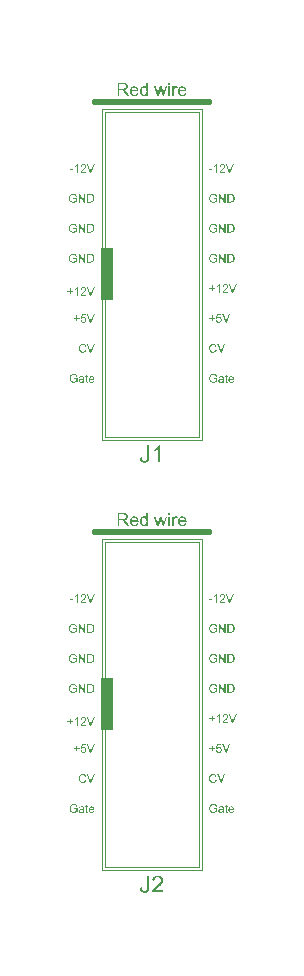
<source format=gto>
%FSLAX33Y33*%
%MOMM*%
%AMRR-H508000-W10160000-R152400-RO0.000*
21,1,9.8552,0.508,0.,0.,360*
21,1,10.16,0.2032,0.,0.,360*
1,1,0.3048,-4.9276,0.1016*
1,1,0.3048,4.9276,0.1016*
1,1,0.3048,4.9276,-0.1016*
1,1,0.3048,-4.9276,-0.1016*%
%ADD10C,0.1*%
%ADD11R,1.X4.5*%
%ADD12RR-H508000-W10160000-R152400-RO0.000*%
D10*
%LNtop silkscreen_traces*%
%LNtop silkscreen component e891f58c8b78544a*%
G01*
X5750Y50250D02*
X5750Y78250D01*
X14250Y78250*
X14250Y50250*
X5750Y50250*
X6000Y50500D02*
X6000Y78000D01*
X14000Y78000*
X14000Y50500*
X6000Y50500*
D11*
X6250Y64275D03*
D12*
X10000Y78855D03*
G36*
X9001Y48756D02*
X9172Y48780D01*
X9179Y48704D01*
X9191Y48642D01*
X9209Y48592D01*
X9234Y48555D01*
X9264Y48529D01*
X9299Y48510D01*
X9339Y48498D01*
X9385Y48495D01*
X9420Y48497D01*
X9452Y48503D01*
X9481Y48513D01*
X9508Y48527D01*
X9532Y48545D01*
X9552Y48566D01*
X9568Y48590D01*
X9580Y48616D01*
X9588Y48648D01*
X9594Y48689D01*
X9598Y48738D01*
X9599Y48795D01*
X9599Y49782D01*
X9789Y49782D01*
X9789Y48806D01*
X9786Y48721D01*
X9778Y48647D01*
X9764Y48582D01*
X9745Y48528D01*
X9720Y48481D01*
X9689Y48441D01*
X9651Y48406D01*
X9607Y48377D01*
X9558Y48355D01*
X9505Y48339D01*
X9448Y48329D01*
X9386Y48326D01*
X9297Y48332D01*
X9220Y48353D01*
X9153Y48387D01*
X9098Y48434D01*
X9054Y48495D01*
X9024Y48569D01*
X9006Y48656D01*
X9001Y48756D01*
X9001Y48756D01*
X10951Y48519D02*
X10951Y48350D01*
X10004Y48350D01*
X10005Y48381D01*
X10009Y48412D01*
X10015Y48442D01*
X10025Y48472D01*
X10046Y48520D01*
X10072Y48568D01*
X10104Y48615D01*
X10141Y48663D01*
X10185Y48711D01*
X10238Y48764D01*
X10300Y48820D01*
X10371Y48879D01*
X10478Y48970D01*
X10566Y49051D01*
X10636Y49122D01*
X10686Y49183D01*
X10722Y49238D01*
X10748Y49291D01*
X10763Y49343D01*
X10768Y49394D01*
X10763Y49444D01*
X10749Y49490D01*
X10726Y49532D01*
X10693Y49570D01*
X10653Y49602D01*
X10607Y49624D01*
X10556Y49638D01*
X10499Y49642D01*
X10438Y49637D01*
X10384Y49623D01*
X10337Y49599D01*
X10295Y49566D01*
X10262Y49524D01*
X10238Y49475D01*
X10223Y49419D01*
X10218Y49355D01*
X10038Y49373D01*
X10053Y49468D01*
X10082Y49552D01*
X10123Y49623D01*
X10177Y49682D01*
X10243Y49728D01*
X10319Y49761D01*
X10406Y49781D01*
X10502Y49788D01*
X10600Y49780D01*
X10687Y49759D01*
X10763Y49723D01*
X10829Y49673D01*
X10881Y49613D01*
X10919Y49545D01*
X10941Y49471D01*
X10949Y49390D01*
X10947Y49347D01*
X10940Y49305D01*
X10929Y49263D01*
X10914Y49221D01*
X10893Y49179D01*
X10867Y49136D01*
X10835Y49092D01*
X10797Y49046D01*
X10749Y48996D01*
X10688Y48937D01*
X10614Y48870D01*
X10526Y48794D01*
X10454Y48733D01*
X10396Y48683D01*
X10352Y48643D01*
X10323Y48614D01*
X10301Y48590D01*
X10282Y48567D01*
X10264Y48543D01*
X10249Y48519D01*
X10951Y48519D01*
X10951Y48519D01*
X7113Y79388D02*
X7113Y80479D01*
X7597Y80479D01*
X7665Y80477D01*
X7725Y80472D01*
X7776Y80462D01*
X7819Y80450D01*
X7855Y80432D01*
X7887Y80409D01*
X7915Y80380D01*
X7940Y80346D01*
X7960Y80308D01*
X7974Y80267D01*
X7982Y80225D01*
X7985Y80181D01*
X7981Y80125D01*
X7966Y80074D01*
X7943Y80028D01*
X7910Y79986D01*
X7867Y79949D01*
X7814Y79920D01*
X7751Y79899D01*
X7715Y79892D01*
X7692Y80009D01*
X7723Y80018D01*
X7749Y80030D01*
X7772Y80045D01*
X7791Y80062D01*
X7807Y80083D01*
X7820Y80106D01*
X7829Y80130D01*
X7835Y80155D01*
X7836Y80181D01*
X7833Y80218D01*
X7822Y80252D01*
X7805Y80282D01*
X7780Y80309D01*
X7748Y80330D01*
X7708Y80346D01*
X7659Y80355D01*
X7603Y80358D01*
X7257Y80358D01*
X7257Y79997D01*
X7257Y79997D01*
X7568Y79997D01*
X7615Y79999D01*
X7656Y80003D01*
X7692Y80009D01*
X7715Y79892D01*
X7678Y79884D01*
X7705Y79871D01*
X7728Y79857D01*
X7748Y79843D01*
X7765Y79830D01*
X7796Y79799D01*
X7827Y79765D01*
X7856Y79727D01*
X7885Y79685D01*
X8075Y79388D01*
X7893Y79388D01*
X7749Y79615D01*
X7718Y79661D01*
X7691Y79702D01*
X7666Y79736D01*
X7644Y79765D01*
X7625Y79789D01*
X7606Y79810D01*
X7588Y79826D01*
X7571Y79838D01*
X7555Y79848D01*
X7538Y79856D01*
X7522Y79862D01*
X7505Y79867D01*
X7491Y79870D01*
X7473Y79871D01*
X7451Y79872D01*
X7425Y79872D01*
X7257Y79872D01*
X7257Y79388D01*
X7113Y79388D01*
X7113Y79388D01*
X8735Y79642D02*
X8874Y79625D01*
X8854Y79568D01*
X8827Y79518D01*
X8793Y79474D01*
X8752Y79437D01*
X8705Y79408D01*
X8652Y79387D01*
X8592Y79374D01*
X8526Y79370D01*
X8444Y79377D01*
X8371Y79397D01*
X8307Y79430D01*
X8251Y79477D01*
X8207Y79536D01*
X8175Y79605D01*
X8156Y79685D01*
X8150Y79776D01*
X8156Y79871D01*
X8175Y79954D01*
X8207Y80025D01*
X8252Y80086D01*
X8308Y80134D01*
X8370Y80169D01*
X8441Y80189D01*
X8519Y80196D01*
X8530Y80195D01*
X8520Y80086D01*
X8476Y80082D01*
X8435Y80071D01*
X8398Y80051D01*
X8365Y80024D01*
X8337Y79991D01*
X8316Y79952D01*
X8302Y79908D01*
X8296Y79859D01*
X8296Y79859D01*
X8737Y79859D01*
X8730Y79906D01*
X8720Y79946D01*
X8705Y79981D01*
X8686Y80009D01*
X8652Y80042D01*
X8613Y80067D01*
X8569Y80081D01*
X8520Y80086D01*
X8530Y80195D01*
X8594Y80189D01*
X8663Y80169D01*
X8724Y80135D01*
X8778Y80088D01*
X8822Y80029D01*
X8853Y79958D01*
X8872Y79877D01*
X8878Y79785D01*
X8878Y79778D01*
X8878Y79770D01*
X8878Y79760D01*
X8877Y79749D01*
X8288Y79749D01*
X8296Y79688D01*
X8310Y79634D01*
X8332Y79588D01*
X8362Y79549D01*
X8397Y79519D01*
X8436Y79498D01*
X8480Y79485D01*
X8527Y79480D01*
X8562Y79483D01*
X8595Y79490D01*
X8625Y79502D01*
X8653Y79519D01*
X8677Y79541D01*
X8699Y79569D01*
X8719Y79603D01*
X8735Y79642D01*
X8735Y79642D01*
X9555Y79388D02*
X9555Y79488D01*
X9494Y79550D01*
X9496Y79552D01*
X9522Y79593D01*
X9542Y79643D01*
X9553Y79702D01*
X9557Y79771D01*
X9553Y79847D01*
X9541Y79912D01*
X9522Y79966D01*
X9494Y80009D01*
X9461Y80043D01*
X9425Y80066D01*
X9384Y80081D01*
X9340Y80085D01*
X9298Y80081D01*
X9258Y80067D01*
X9223Y80044D01*
X9191Y80012D01*
X9165Y79971D01*
X9146Y79918D01*
X9135Y79856D01*
X9131Y79782D01*
X9131Y79782D01*
X9135Y79711D01*
X9147Y79650D01*
X9167Y79598D01*
X9195Y79555D01*
X9229Y79523D01*
X9265Y79499D01*
X9304Y79485D01*
X9346Y79480D01*
X9389Y79485D01*
X9428Y79498D01*
X9463Y79521D01*
X9494Y79550D01*
X9555Y79488D01*
X9513Y79436D01*
X9462Y79400D01*
X9402Y79377D01*
X9334Y79370D01*
X9287Y79373D01*
X9243Y79383D01*
X9200Y79399D01*
X9160Y79422D01*
X9123Y79451D01*
X9090Y79485D01*
X9061Y79524D01*
X9037Y79568D01*
X9018Y79616D01*
X9004Y79668D01*
X8996Y79723D01*
X8994Y79782D01*
X8996Y79840D01*
X9003Y79895D01*
X9016Y79948D01*
X9033Y79997D01*
X9055Y80042D01*
X9082Y80082D01*
X9114Y80116D01*
X9151Y80145D01*
X9192Y80167D01*
X9235Y80183D01*
X9280Y80193D01*
X9328Y80196D01*
X9362Y80194D01*
X9395Y80189D01*
X9426Y80179D01*
X9455Y80166D01*
X9482Y80150D01*
X9506Y80131D01*
X9527Y80111D01*
X9546Y80087D01*
X9546Y80479D01*
X9679Y80479D01*
X9679Y79388D01*
X9555Y79388D01*
X9555Y79388D01*
X10459Y79388D02*
X10217Y80178D01*
X10355Y80178D01*
X10481Y79722D01*
X10528Y79552D01*
X10532Y79567D01*
X10540Y79600D01*
X10552Y79649D01*
X10569Y79715D01*
X10695Y80178D01*
X10832Y80178D01*
X10951Y79720D01*
X10990Y79569D01*
X11036Y79721D01*
X11171Y80178D01*
X11301Y80178D01*
X11054Y79388D01*
X10915Y79388D01*
X10789Y79861D01*
X10759Y79996D01*
X10599Y79388D01*
X10459Y79388D01*
X10459Y79388D01*
X11414Y79388D02*
X11414Y80178D01*
X11548Y80178D01*
X11548Y79388D01*
X11414Y79388D01*
X11414Y79388D01*
X11414Y80325D02*
X11414Y80479D01*
X11548Y80479D01*
X11548Y80325D01*
X11414Y80325D01*
X11414Y80325D01*
X11751Y79388D02*
X11751Y80178D01*
X11871Y80178D01*
X11871Y80058D01*
X11894Y80097D01*
X11916Y80128D01*
X11936Y80152D01*
X11956Y80169D01*
X11976Y80181D01*
X11997Y80189D01*
X12019Y80194D01*
X12042Y80196D01*
X12076Y80193D01*
X12111Y80185D01*
X12145Y80172D01*
X12180Y80153D01*
X12134Y80029D01*
X12109Y80041D01*
X12085Y80050D01*
X12060Y80056D01*
X12036Y80058D01*
X12014Y80056D01*
X11994Y80051D01*
X11975Y80043D01*
X11957Y80031D01*
X11940Y80017D01*
X11927Y80000D01*
X11916Y79980D01*
X11907Y79958D01*
X11897Y79921D01*
X11890Y79883D01*
X11886Y79843D01*
X11885Y79802D01*
X11885Y79388D01*
X11751Y79388D01*
X11751Y79388D01*
X12801Y79642D02*
X12939Y79625D01*
X12919Y79568D01*
X12892Y79518D01*
X12858Y79474D01*
X12818Y79437D01*
X12770Y79408D01*
X12717Y79387D01*
X12657Y79374D01*
X12591Y79370D01*
X12509Y79377D01*
X12436Y79397D01*
X12372Y79430D01*
X12316Y79477D01*
X12272Y79536D01*
X12240Y79605D01*
X12221Y79685D01*
X12215Y79776D01*
X12221Y79871D01*
X12241Y79954D01*
X12273Y80025D01*
X12318Y80086D01*
X12373Y80134D01*
X12436Y80169D01*
X12506Y80189D01*
X12584Y80196D01*
X12595Y80195D01*
X12585Y80086D01*
X12541Y80082D01*
X12501Y80071D01*
X12464Y80051D01*
X12430Y80024D01*
X12402Y79991D01*
X12382Y79952D01*
X12368Y79908D01*
X12361Y79859D01*
X12361Y79859D01*
X12802Y79859D01*
X12796Y79906D01*
X12785Y79946D01*
X12770Y79981D01*
X12751Y80009D01*
X12717Y80042D01*
X12678Y80067D01*
X12634Y80081D01*
X12585Y80086D01*
X12595Y80195D01*
X12660Y80189D01*
X12728Y80169D01*
X12789Y80135D01*
X12843Y80088D01*
X12887Y80029D01*
X12918Y79958D01*
X12937Y79877D01*
X12943Y79785D01*
X12943Y79778D01*
X12943Y79770D01*
X12943Y79760D01*
X12943Y79749D01*
X12353Y79749D01*
X12361Y79688D01*
X12375Y79634D01*
X12398Y79588D01*
X12427Y79549D01*
X12462Y79519D01*
X12501Y79498D01*
X12545Y79485D01*
X12592Y79480D01*
X12628Y79483D01*
X12660Y79490D01*
X12691Y79502D01*
X12718Y79519D01*
X12743Y79541D01*
X12765Y79569D01*
X12784Y79603D01*
X12801Y79642D01*
X12801Y79642D01*
X15229Y55391D02*
X15229Y55477D01*
X15537Y55477D01*
X15537Y55207D01*
X15501Y55181D01*
X15465Y55158D01*
X15428Y55138D01*
X15390Y55122D01*
X15352Y55110D01*
X15314Y55101D01*
X15275Y55095D01*
X15236Y55094D01*
X15183Y55096D01*
X15133Y55105D01*
X15086Y55119D01*
X15041Y55139D01*
X15000Y55165D01*
X14964Y55196D01*
X14934Y55231D01*
X14909Y55272D01*
X14889Y55317D01*
X14875Y55364D01*
X14867Y55414D01*
X14864Y55466D01*
X14867Y55518D01*
X14875Y55569D01*
X14889Y55617D01*
X14908Y55664D01*
X14933Y55707D01*
X14963Y55745D01*
X14997Y55776D01*
X15036Y55801D01*
X15079Y55821D01*
X15126Y55835D01*
X15175Y55843D01*
X15228Y55846D01*
X15267Y55844D01*
X15303Y55839D01*
X15338Y55831D01*
X15371Y55820D01*
X15401Y55806D01*
X15428Y55790D01*
X15451Y55771D01*
X15471Y55749D01*
X15488Y55724D01*
X15503Y55696D01*
X15515Y55665D01*
X15526Y55630D01*
X15439Y55606D01*
X15430Y55632D01*
X15421Y55656D01*
X15410Y55676D01*
X15398Y55693D01*
X15385Y55708D01*
X15369Y55722D01*
X15350Y55734D01*
X15329Y55744D01*
X15306Y55753D01*
X15281Y55759D01*
X15256Y55762D01*
X15229Y55763D01*
X15197Y55762D01*
X15167Y55758D01*
X15140Y55752D01*
X15115Y55743D01*
X15092Y55732D01*
X15071Y55720D01*
X15053Y55706D01*
X15037Y55690D01*
X15023Y55674D01*
X15011Y55656D01*
X15000Y55638D01*
X14991Y55618D01*
X14979Y55584D01*
X14970Y55548D01*
X14965Y55511D01*
X14963Y55472D01*
X14965Y55425D01*
X14972Y55383D01*
X14982Y55344D01*
X14997Y55309D01*
X15015Y55279D01*
X15038Y55252D01*
X15064Y55230D01*
X15094Y55212D01*
X15127Y55198D01*
X15160Y55188D01*
X15195Y55182D01*
X15230Y55180D01*
X15261Y55182D01*
X15292Y55186D01*
X15322Y55194D01*
X15352Y55204D01*
X15380Y55217D01*
X15405Y55229D01*
X15425Y55242D01*
X15443Y55256D01*
X15443Y55391D01*
X15229Y55391D01*
X15229Y55391D01*
X16011Y55171D02*
X15986Y55151D01*
X15983Y55149D01*
X15949Y55199D01*
X15965Y55213D01*
X15978Y55230D01*
X15989Y55248D01*
X15996Y55265D01*
X16000Y55286D01*
X16003Y55310D01*
X16004Y55338D01*
X16004Y55370D01*
X16004Y55370D01*
X15976Y55361D01*
X15943Y55352D01*
X15903Y55344D01*
X15858Y55337D01*
X15832Y55333D01*
X15811Y55328D01*
X15793Y55324D01*
X15780Y55319D01*
X15769Y55313D01*
X15760Y55307D01*
X15752Y55299D01*
X15745Y55290D01*
X15739Y55280D01*
X15735Y55270D01*
X15733Y55259D01*
X15732Y55247D01*
X15734Y55230D01*
X15739Y55215D01*
X15747Y55201D01*
X15759Y55188D01*
X15774Y55177D01*
X15793Y55170D01*
X15814Y55166D01*
X15838Y55164D01*
X15864Y55165D01*
X15887Y55170D01*
X15909Y55177D01*
X15930Y55187D01*
X15949Y55199D01*
X15983Y55149D01*
X15962Y55135D01*
X15939Y55122D01*
X15916Y55111D01*
X15892Y55104D01*
X15868Y55098D01*
X15843Y55095D01*
X15817Y55094D01*
X15776Y55097D01*
X15740Y55105D01*
X15709Y55118D01*
X15684Y55137D01*
X15663Y55159D01*
X15649Y55185D01*
X15640Y55213D01*
X15637Y55245D01*
X15638Y55264D01*
X15641Y55282D01*
X15647Y55299D01*
X15655Y55316D01*
X15664Y55331D01*
X15675Y55344D01*
X15687Y55356D01*
X15701Y55367D01*
X15715Y55376D01*
X15731Y55384D01*
X15748Y55391D01*
X15765Y55396D01*
X15780Y55400D01*
X15798Y55403D01*
X15820Y55406D01*
X15844Y55410D01*
X15895Y55416D01*
X15938Y55424D01*
X15975Y55432D01*
X16004Y55440D01*
X16004Y55449D01*
X16004Y55455D01*
X16004Y55460D01*
X16004Y55464D01*
X16003Y55489D01*
X15998Y55510D01*
X15990Y55527D01*
X15979Y55541D01*
X15960Y55554D01*
X15936Y55563D01*
X15909Y55569D01*
X15877Y55571D01*
X15848Y55569D01*
X15822Y55565D01*
X15801Y55558D01*
X15784Y55549D01*
X15770Y55536D01*
X15758Y55518D01*
X15748Y55497D01*
X15740Y55471D01*
X15652Y55483D01*
X15659Y55509D01*
X15668Y55533D01*
X15679Y55554D01*
X15692Y55573D01*
X15707Y55589D01*
X15725Y55604D01*
X15746Y55616D01*
X15770Y55626D01*
X15797Y55634D01*
X15826Y55640D01*
X15857Y55644D01*
X15890Y55645D01*
X15922Y55644D01*
X15951Y55641D01*
X15977Y55636D01*
X16000Y55629D01*
X16019Y55620D01*
X16036Y55611D01*
X16050Y55600D01*
X16062Y55589D01*
X16071Y55576D01*
X16079Y55562D01*
X16085Y55546D01*
X16089Y55528D01*
X16091Y55514D01*
X16093Y55496D01*
X16094Y55473D01*
X16094Y55446D01*
X16094Y55327D01*
X16094Y55270D01*
X16095Y55225D01*
X16097Y55191D01*
X16100Y55169D01*
X16103Y55153D01*
X16108Y55137D01*
X16114Y55121D01*
X16122Y55106D01*
X16029Y55106D01*
X16023Y55120D01*
X16018Y55136D01*
X16014Y55153D01*
X16011Y55171D01*
X16011Y55171D01*
X16427Y55186D02*
X16440Y55107D01*
X16422Y55104D01*
X16404Y55101D01*
X16388Y55100D01*
X16373Y55099D01*
X16350Y55100D01*
X16330Y55103D01*
X16312Y55108D01*
X16297Y55114D01*
X16285Y55123D01*
X16274Y55132D01*
X16266Y55143D01*
X16260Y55155D01*
X16255Y55171D01*
X16251Y55194D01*
X16249Y55224D01*
X16249Y55260D01*
X16249Y55563D01*
X16183Y55563D01*
X16183Y55633D01*
X16249Y55633D01*
X16249Y55763D01*
X16338Y55817D01*
X16338Y55633D01*
X16427Y55633D01*
X16427Y55563D01*
X16338Y55563D01*
X16338Y55255D01*
X16338Y55238D01*
X16339Y55224D01*
X16340Y55213D01*
X16342Y55206D01*
X16345Y55201D01*
X16348Y55196D01*
X16353Y55192D01*
X16358Y55189D01*
X16364Y55186D01*
X16371Y55184D01*
X16379Y55183D01*
X16388Y55182D01*
X16396Y55183D01*
X16405Y55183D01*
X16416Y55184D01*
X16427Y55186D01*
X16427Y55186D01*
X16875Y55276D02*
X16968Y55264D01*
X16954Y55226D01*
X16936Y55192D01*
X16914Y55163D01*
X16887Y55139D01*
X16855Y55119D01*
X16819Y55105D01*
X16780Y55097D01*
X16736Y55094D01*
X16681Y55099D01*
X16632Y55112D01*
X16589Y55134D01*
X16553Y55165D01*
X16523Y55204D01*
X16502Y55251D01*
X16489Y55304D01*
X16485Y55365D01*
X16489Y55428D01*
X16502Y55483D01*
X16523Y55531D01*
X16553Y55571D01*
X16590Y55603D01*
X16632Y55626D01*
X16679Y55640D01*
X16731Y55645D01*
X16738Y55644D01*
X16732Y55571D01*
X16702Y55569D01*
X16675Y55561D01*
X16651Y55548D01*
X16628Y55530D01*
X16610Y55508D01*
X16596Y55482D01*
X16587Y55453D01*
X16582Y55420D01*
X16582Y55420D01*
X16876Y55420D01*
X16872Y55451D01*
X16865Y55478D01*
X16855Y55501D01*
X16843Y55520D01*
X16820Y55542D01*
X16794Y55558D01*
X16764Y55568D01*
X16732Y55571D01*
X16738Y55644D01*
X16781Y55640D01*
X16827Y55627D01*
X16868Y55604D01*
X16904Y55573D01*
X16933Y55533D01*
X16954Y55486D01*
X16966Y55432D01*
X16971Y55370D01*
X16970Y55366D01*
X16970Y55360D01*
X16970Y55354D01*
X16970Y55347D01*
X16577Y55347D01*
X16582Y55306D01*
X16592Y55270D01*
X16607Y55239D01*
X16626Y55214D01*
X16650Y55193D01*
X16676Y55179D01*
X16705Y55170D01*
X16736Y55168D01*
X16760Y55169D01*
X16782Y55174D01*
X16802Y55182D01*
X16820Y55193D01*
X16837Y55208D01*
X16851Y55227D01*
X16864Y55249D01*
X16875Y55276D01*
X16875Y55276D01*
X15407Y57901D02*
X15504Y57877D01*
X15485Y57821D01*
X15461Y57772D01*
X15431Y57731D01*
X15395Y57696D01*
X15353Y57669D01*
X15307Y57649D01*
X15257Y57637D01*
X15202Y57634D01*
X15146Y57637D01*
X15096Y57646D01*
X15051Y57661D01*
X15011Y57681D01*
X14977Y57708D01*
X14946Y57740D01*
X14920Y57777D01*
X14899Y57820D01*
X14882Y57866D01*
X14870Y57914D01*
X14863Y57964D01*
X14861Y58015D01*
X14863Y58070D01*
X14871Y58121D01*
X14885Y58169D01*
X14904Y58213D01*
X14928Y58253D01*
X14957Y58288D01*
X14990Y58317D01*
X15028Y58342D01*
X15069Y58361D01*
X15112Y58375D01*
X15157Y58383D01*
X15204Y58386D01*
X15256Y58382D01*
X15304Y58372D01*
X15348Y58354D01*
X15387Y58330D01*
X15422Y58300D01*
X15451Y58263D01*
X15474Y58221D01*
X15491Y58174D01*
X15396Y58152D01*
X15382Y58189D01*
X15365Y58220D01*
X15346Y58246D01*
X15323Y58267D01*
X15297Y58283D01*
X15269Y58294D01*
X15237Y58301D01*
X15202Y58303D01*
X15162Y58301D01*
X15125Y58293D01*
X15092Y58281D01*
X15062Y58263D01*
X15036Y58241D01*
X15014Y58216D01*
X14996Y58187D01*
X14983Y58155D01*
X14973Y58121D01*
X14966Y58086D01*
X14961Y58051D01*
X14960Y58016D01*
X14962Y57971D01*
X14967Y57929D01*
X14975Y57890D01*
X14987Y57854D01*
X15002Y57821D01*
X15021Y57793D01*
X15044Y57769D01*
X15071Y57750D01*
X15100Y57735D01*
X15130Y57725D01*
X15162Y57718D01*
X15194Y57716D01*
X15233Y57719D01*
X15269Y57728D01*
X15302Y57742D01*
X15331Y57763D01*
X15357Y57789D01*
X15378Y57821D01*
X15395Y57858D01*
X15407Y57901D01*
X15407Y57901D01*
X15830Y57646D02*
X15548Y58373D01*
X15652Y58373D01*
X15841Y57845D01*
X15852Y57814D01*
X15862Y57783D01*
X15871Y57754D01*
X15880Y57726D01*
X15888Y57756D01*
X15898Y57785D01*
X15908Y57815D01*
X15919Y57845D01*
X16115Y58373D01*
X16213Y58373D01*
X15929Y57646D01*
X15830Y57646D01*
X15830Y57646D01*
X15064Y60304D02*
X15064Y60503D01*
X14867Y60503D01*
X14867Y60586D01*
X15064Y60586D01*
X15064Y60784D01*
X15149Y60784D01*
X15149Y60586D01*
X15347Y60586D01*
X15347Y60503D01*
X15149Y60503D01*
X15149Y60304D01*
X15064Y60304D01*
X15064Y60304D01*
X15446Y60377D02*
X15539Y60384D01*
X15546Y60352D01*
X15557Y60324D01*
X15570Y60301D01*
X15588Y60281D01*
X15608Y60266D01*
X15630Y60256D01*
X15653Y60249D01*
X15679Y60247D01*
X15710Y60250D01*
X15739Y60259D01*
X15765Y60274D01*
X15788Y60296D01*
X15808Y60322D01*
X15822Y60352D01*
X15830Y60386D01*
X15833Y60425D01*
X15830Y60461D01*
X15822Y60493D01*
X15809Y60521D01*
X15790Y60545D01*
X15767Y60564D01*
X15741Y60578D01*
X15711Y60587D01*
X15678Y60589D01*
X15657Y60588D01*
X15637Y60584D01*
X15618Y60578D01*
X15600Y60570D01*
X15583Y60559D01*
X15569Y60547D01*
X15556Y60534D01*
X15545Y60519D01*
X15461Y60530D01*
X15532Y60903D01*
X15893Y60903D01*
X15893Y60818D01*
X15603Y60818D01*
X15564Y60623D01*
X15597Y60643D01*
X15631Y60657D01*
X15666Y60665D01*
X15701Y60668D01*
X15747Y60664D01*
X15789Y60652D01*
X15828Y60631D01*
X15862Y60602D01*
X15891Y60567D01*
X15911Y60527D01*
X15924Y60482D01*
X15928Y60433D01*
X15924Y60385D01*
X15913Y60341D01*
X15895Y60300D01*
X15870Y60262D01*
X15832Y60223D01*
X15787Y60196D01*
X15737Y60179D01*
X15679Y60174D01*
X15632Y60177D01*
X15589Y60187D01*
X15551Y60205D01*
X15517Y60229D01*
X15489Y60259D01*
X15468Y60294D01*
X15453Y60333D01*
X15446Y60377D01*
X15446Y60377D01*
X16255Y60186D02*
X15973Y60913D01*
X16077Y60913D01*
X16266Y60385D01*
X16277Y60354D01*
X16287Y60323D01*
X16296Y60294D01*
X16304Y60266D01*
X16313Y60296D01*
X16322Y60325D01*
X16333Y60355D01*
X16343Y60385D01*
X16540Y60913D01*
X16638Y60913D01*
X16353Y60186D01*
X16255Y60186D01*
X16255Y60186D01*
X15064Y62844D02*
X15064Y63043D01*
X14867Y63043D01*
X14867Y63126D01*
X15064Y63126D01*
X15064Y63324D01*
X15149Y63324D01*
X15149Y63126D01*
X15347Y63126D01*
X15347Y63043D01*
X15149Y63043D01*
X15149Y62844D01*
X15064Y62844D01*
X15064Y62844D01*
X15782Y62726D02*
X15693Y62726D01*
X15693Y63295D01*
X15675Y63280D01*
X15655Y63264D01*
X15633Y63249D01*
X15608Y63234D01*
X15582Y63219D01*
X15558Y63207D01*
X15535Y63196D01*
X15514Y63187D01*
X15514Y63274D01*
X15550Y63292D01*
X15584Y63313D01*
X15616Y63335D01*
X15645Y63359D01*
X15671Y63384D01*
X15693Y63408D01*
X15711Y63432D01*
X15724Y63456D01*
X15782Y63456D01*
X15782Y62726D01*
X15782Y62726D01*
X16480Y62812D02*
X16480Y62726D01*
X15999Y62726D01*
X15999Y62742D01*
X16001Y62758D01*
X16005Y62773D01*
X16010Y62788D01*
X16020Y62812D01*
X16033Y62837D01*
X16050Y62861D01*
X16068Y62885D01*
X16091Y62909D01*
X16118Y62936D01*
X16149Y62965D01*
X16185Y62995D01*
X16240Y63041D01*
X16285Y63082D01*
X16320Y63118D01*
X16345Y63149D01*
X16364Y63177D01*
X16377Y63204D01*
X16384Y63231D01*
X16387Y63256D01*
X16385Y63282D01*
X16378Y63305D01*
X16366Y63327D01*
X16349Y63346D01*
X16329Y63362D01*
X16305Y63373D01*
X16279Y63380D01*
X16250Y63382D01*
X16220Y63380D01*
X16192Y63373D01*
X16168Y63361D01*
X16147Y63344D01*
X16130Y63322D01*
X16118Y63297D01*
X16110Y63269D01*
X16108Y63236D01*
X16016Y63246D01*
X16024Y63294D01*
X16038Y63336D01*
X16059Y63372D01*
X16087Y63402D01*
X16120Y63426D01*
X16159Y63443D01*
X16203Y63453D01*
X16252Y63456D01*
X16302Y63453D01*
X16346Y63442D01*
X16385Y63424D01*
X16418Y63398D01*
X16445Y63367D01*
X16464Y63333D01*
X16475Y63296D01*
X16479Y63254D01*
X16478Y63233D01*
X16474Y63211D01*
X16469Y63190D01*
X16461Y63169D01*
X16451Y63147D01*
X16437Y63125D01*
X16421Y63103D01*
X16402Y63080D01*
X16378Y63054D01*
X16347Y63024D01*
X16309Y62990D01*
X16264Y62952D01*
X16227Y62921D01*
X16198Y62895D01*
X16176Y62875D01*
X16161Y62860D01*
X16150Y62848D01*
X16140Y62836D01*
X16131Y62824D01*
X16123Y62812D01*
X16480Y62812D01*
X16480Y62812D01*
X16820Y62726D02*
X16538Y63453D01*
X16642Y63453D01*
X16831Y62925D01*
X16842Y62894D01*
X16852Y62863D01*
X16861Y62834D01*
X16869Y62806D01*
X16878Y62836D01*
X16888Y62865D01*
X16898Y62895D01*
X16909Y62925D01*
X17105Y63453D01*
X17203Y63453D01*
X16918Y62726D01*
X16820Y62726D01*
X16820Y62726D01*
X14842Y73104D02*
X14842Y73194D01*
X15117Y73194D01*
X15117Y73104D01*
X14842Y73104D01*
X14842Y73104D01*
X15527Y72886D02*
X15438Y72886D01*
X15438Y73455D01*
X15420Y73440D01*
X15400Y73424D01*
X15378Y73409D01*
X15353Y73394D01*
X15327Y73379D01*
X15303Y73367D01*
X15280Y73356D01*
X15259Y73347D01*
X15259Y73434D01*
X15295Y73452D01*
X15329Y73473D01*
X15361Y73495D01*
X15390Y73519D01*
X15416Y73544D01*
X15438Y73568D01*
X15456Y73592D01*
X15469Y73616D01*
X15527Y73616D01*
X15527Y72886D01*
X15527Y72886D01*
X16225Y72972D02*
X16225Y72886D01*
X15744Y72886D01*
X15744Y72902D01*
X15746Y72918D01*
X15750Y72933D01*
X15755Y72948D01*
X15765Y72972D01*
X15778Y72997D01*
X15795Y73021D01*
X15813Y73045D01*
X15836Y73069D01*
X15863Y73096D01*
X15894Y73125D01*
X15930Y73155D01*
X15985Y73201D01*
X16030Y73242D01*
X16065Y73278D01*
X16090Y73309D01*
X16109Y73337D01*
X16122Y73364D01*
X16129Y73391D01*
X16132Y73416D01*
X16130Y73442D01*
X16123Y73465D01*
X16111Y73487D01*
X16094Y73506D01*
X16074Y73522D01*
X16050Y73533D01*
X16024Y73540D01*
X15995Y73542D01*
X15965Y73540D01*
X15937Y73533D01*
X15913Y73521D01*
X15892Y73504D01*
X15875Y73482D01*
X15863Y73457D01*
X15855Y73429D01*
X15853Y73396D01*
X15761Y73406D01*
X15769Y73454D01*
X15783Y73496D01*
X15804Y73532D01*
X15832Y73562D01*
X15865Y73586D01*
X15904Y73603D01*
X15948Y73613D01*
X15997Y73616D01*
X16047Y73613D01*
X16091Y73602D01*
X16130Y73584D01*
X16163Y73558D01*
X16190Y73527D01*
X16209Y73493D01*
X16220Y73456D01*
X16224Y73414D01*
X16223Y73393D01*
X16219Y73371D01*
X16214Y73350D01*
X16206Y73329D01*
X16196Y73307D01*
X16182Y73285D01*
X16166Y73263D01*
X16147Y73240D01*
X16123Y73214D01*
X16092Y73184D01*
X16054Y73150D01*
X16009Y73112D01*
X15972Y73081D01*
X15943Y73055D01*
X15921Y73035D01*
X15906Y73020D01*
X15895Y73008D01*
X15885Y72996D01*
X15876Y72984D01*
X15868Y72972D01*
X16225Y72972D01*
X16225Y72972D01*
X16565Y72886D02*
X16283Y73613D01*
X16387Y73613D01*
X16576Y73085D01*
X16587Y73054D01*
X16597Y73023D01*
X16606Y72994D01*
X16614Y72966D01*
X16623Y72996D01*
X16633Y73025D01*
X16643Y73055D01*
X16653Y73085D01*
X16850Y73613D01*
X16948Y73613D01*
X16663Y72886D01*
X16565Y72886D01*
X16565Y72886D01*
X15229Y70631D02*
X15229Y70717D01*
X15537Y70717D01*
X15537Y70447D01*
X15501Y70421D01*
X15465Y70398D01*
X15428Y70378D01*
X15390Y70362D01*
X15352Y70350D01*
X15314Y70341D01*
X15275Y70335D01*
X15236Y70334D01*
X15183Y70336D01*
X15133Y70345D01*
X15086Y70359D01*
X15041Y70379D01*
X15000Y70405D01*
X14964Y70436D01*
X14934Y70471D01*
X14909Y70512D01*
X14889Y70557D01*
X14875Y70604D01*
X14867Y70654D01*
X14864Y70706D01*
X14867Y70758D01*
X14875Y70809D01*
X14889Y70857D01*
X14908Y70904D01*
X14933Y70947D01*
X14963Y70985D01*
X14997Y71016D01*
X15036Y71041D01*
X15079Y71061D01*
X15126Y71075D01*
X15175Y71083D01*
X15228Y71086D01*
X15267Y71084D01*
X15303Y71079D01*
X15338Y71071D01*
X15371Y71060D01*
X15401Y71046D01*
X15428Y71030D01*
X15451Y71011D01*
X15471Y70989D01*
X15488Y70964D01*
X15503Y70936D01*
X15515Y70905D01*
X15526Y70870D01*
X15439Y70846D01*
X15430Y70872D01*
X15421Y70896D01*
X15410Y70916D01*
X15398Y70933D01*
X15385Y70948D01*
X15369Y70962D01*
X15350Y70974D01*
X15329Y70984D01*
X15306Y70993D01*
X15281Y70999D01*
X15256Y71002D01*
X15229Y71003D01*
X15197Y71002D01*
X15167Y70998D01*
X15140Y70992D01*
X15115Y70983D01*
X15092Y70972D01*
X15071Y70960D01*
X15053Y70946D01*
X15037Y70930D01*
X15023Y70914D01*
X15011Y70896D01*
X15000Y70878D01*
X14991Y70858D01*
X14979Y70824D01*
X14970Y70788D01*
X14965Y70751D01*
X14963Y70712D01*
X14965Y70665D01*
X14972Y70623D01*
X14982Y70584D01*
X14997Y70549D01*
X15015Y70519D01*
X15038Y70492D01*
X15064Y70470D01*
X15094Y70452D01*
X15127Y70438D01*
X15160Y70428D01*
X15195Y70422D01*
X15230Y70420D01*
X15261Y70422D01*
X15292Y70426D01*
X15322Y70434D01*
X15352Y70444D01*
X15380Y70457D01*
X15405Y70469D01*
X15425Y70482D01*
X15443Y70496D01*
X15443Y70631D01*
X15229Y70631D01*
X15229Y70631D01*
X15678Y70346D02*
X15678Y71073D01*
X15776Y71073D01*
X16158Y70502D01*
X16158Y71073D01*
X16251Y71073D01*
X16251Y70346D01*
X16152Y70346D01*
X15770Y70918D01*
X15770Y70346D01*
X15678Y70346D01*
X15678Y70346D01*
X16412Y70346D02*
X16412Y71073D01*
X16661Y71073D01*
X16661Y70987D01*
X16509Y70987D01*
X16509Y70432D01*
X16509Y70432D01*
X16664Y70432D01*
X16698Y70433D01*
X16728Y70435D01*
X16754Y70439D01*
X16777Y70445D01*
X16796Y70453D01*
X16814Y70461D01*
X16829Y70471D01*
X16842Y70483D01*
X16858Y70502D01*
X16872Y70523D01*
X16885Y70548D01*
X16895Y70575D01*
X16904Y70605D01*
X16910Y70639D01*
X16913Y70675D01*
X16914Y70715D01*
X16912Y70769D01*
X16905Y70816D01*
X16893Y70857D01*
X16877Y70890D01*
X16857Y70919D01*
X16836Y70942D01*
X16812Y70960D01*
X16786Y70973D01*
X16764Y70979D01*
X16735Y70984D01*
X16701Y70987D01*
X16661Y70987D01*
X16661Y71073D01*
X16663Y71073D01*
X16703Y71073D01*
X16738Y71071D01*
X16768Y71067D01*
X16792Y71063D01*
X16823Y71054D01*
X16850Y71043D01*
X16876Y71028D01*
X16899Y71011D01*
X16926Y70985D01*
X16949Y70955D01*
X16969Y70923D01*
X16985Y70886D01*
X16998Y70847D01*
X17007Y70805D01*
X17012Y70761D01*
X17014Y70714D01*
X17012Y70673D01*
X17009Y70635D01*
X17003Y70600D01*
X16994Y70567D01*
X16984Y70536D01*
X16972Y70508D01*
X16959Y70483D01*
X16945Y70461D01*
X16929Y70441D01*
X16913Y70423D01*
X16896Y70408D01*
X16878Y70395D01*
X16860Y70384D01*
X16839Y70374D01*
X16816Y70365D01*
X16792Y70358D01*
X16765Y70353D01*
X16737Y70349D01*
X16707Y70347D01*
X16675Y70346D01*
X16412Y70346D01*
X16412Y70346D01*
X15229Y68091D02*
X15229Y68177D01*
X15537Y68177D01*
X15537Y67907D01*
X15501Y67881D01*
X15465Y67858D01*
X15428Y67838D01*
X15390Y67822D01*
X15352Y67810D01*
X15314Y67801D01*
X15275Y67795D01*
X15236Y67794D01*
X15183Y67796D01*
X15133Y67805D01*
X15086Y67819D01*
X15041Y67839D01*
X15000Y67865D01*
X14964Y67896D01*
X14934Y67931D01*
X14909Y67972D01*
X14889Y68017D01*
X14875Y68064D01*
X14867Y68114D01*
X14864Y68166D01*
X14867Y68218D01*
X14875Y68269D01*
X14889Y68317D01*
X14908Y68364D01*
X14933Y68407D01*
X14963Y68445D01*
X14997Y68476D01*
X15036Y68501D01*
X15079Y68521D01*
X15126Y68535D01*
X15175Y68543D01*
X15228Y68546D01*
X15267Y68544D01*
X15303Y68539D01*
X15338Y68531D01*
X15371Y68520D01*
X15401Y68506D01*
X15428Y68490D01*
X15451Y68471D01*
X15471Y68449D01*
X15488Y68424D01*
X15503Y68396D01*
X15515Y68365D01*
X15526Y68330D01*
X15439Y68306D01*
X15430Y68332D01*
X15421Y68356D01*
X15410Y68376D01*
X15398Y68393D01*
X15385Y68408D01*
X15369Y68422D01*
X15350Y68434D01*
X15329Y68444D01*
X15306Y68453D01*
X15281Y68459D01*
X15256Y68462D01*
X15229Y68463D01*
X15197Y68462D01*
X15167Y68458D01*
X15140Y68452D01*
X15115Y68443D01*
X15092Y68432D01*
X15071Y68420D01*
X15053Y68406D01*
X15037Y68390D01*
X15023Y68374D01*
X15011Y68356D01*
X15000Y68338D01*
X14991Y68318D01*
X14979Y68284D01*
X14970Y68248D01*
X14965Y68211D01*
X14963Y68172D01*
X14965Y68125D01*
X14972Y68083D01*
X14982Y68044D01*
X14997Y68009D01*
X15015Y67979D01*
X15038Y67952D01*
X15064Y67930D01*
X15094Y67912D01*
X15127Y67898D01*
X15160Y67888D01*
X15195Y67882D01*
X15230Y67880D01*
X15261Y67882D01*
X15292Y67886D01*
X15322Y67894D01*
X15352Y67904D01*
X15380Y67917D01*
X15405Y67929D01*
X15425Y67942D01*
X15443Y67956D01*
X15443Y68091D01*
X15229Y68091D01*
X15229Y68091D01*
X15678Y67806D02*
X15678Y68533D01*
X15776Y68533D01*
X16158Y67962D01*
X16158Y68533D01*
X16251Y68533D01*
X16251Y67806D01*
X16152Y67806D01*
X15770Y68377D01*
X15770Y67806D01*
X15678Y67806D01*
X15678Y67806D01*
X16412Y67806D02*
X16412Y68533D01*
X16661Y68533D01*
X16661Y68447D01*
X16509Y68447D01*
X16509Y67892D01*
X16509Y67892D01*
X16664Y67892D01*
X16698Y67893D01*
X16728Y67895D01*
X16754Y67899D01*
X16777Y67905D01*
X16796Y67913D01*
X16814Y67921D01*
X16829Y67931D01*
X16842Y67943D01*
X16858Y67962D01*
X16872Y67983D01*
X16885Y68008D01*
X16895Y68035D01*
X16904Y68065D01*
X16910Y68099D01*
X16913Y68135D01*
X16914Y68175D01*
X16912Y68229D01*
X16905Y68276D01*
X16893Y68317D01*
X16877Y68350D01*
X16857Y68379D01*
X16836Y68402D01*
X16812Y68420D01*
X16786Y68433D01*
X16764Y68439D01*
X16735Y68444D01*
X16701Y68447D01*
X16661Y68447D01*
X16661Y68533D01*
X16663Y68533D01*
X16703Y68533D01*
X16738Y68531D01*
X16768Y68527D01*
X16792Y68523D01*
X16823Y68514D01*
X16850Y68503D01*
X16876Y68488D01*
X16899Y68471D01*
X16926Y68445D01*
X16949Y68415D01*
X16969Y68383D01*
X16985Y68346D01*
X16998Y68307D01*
X17007Y68265D01*
X17012Y68221D01*
X17014Y68174D01*
X17012Y68133D01*
X17009Y68095D01*
X17003Y68060D01*
X16994Y68027D01*
X16984Y67996D01*
X16972Y67968D01*
X16959Y67943D01*
X16945Y67921D01*
X16929Y67901D01*
X16913Y67883D01*
X16896Y67868D01*
X16878Y67855D01*
X16860Y67844D01*
X16839Y67834D01*
X16816Y67825D01*
X16792Y67818D01*
X16765Y67813D01*
X16737Y67809D01*
X16707Y67807D01*
X16675Y67806D01*
X16412Y67806D01*
X16412Y67806D01*
X15229Y65551D02*
X15229Y65637D01*
X15537Y65637D01*
X15537Y65367D01*
X15501Y65341D01*
X15465Y65318D01*
X15428Y65298D01*
X15390Y65282D01*
X15352Y65270D01*
X15314Y65261D01*
X15275Y65255D01*
X15236Y65254D01*
X15183Y65256D01*
X15133Y65265D01*
X15086Y65279D01*
X15041Y65299D01*
X15000Y65325D01*
X14964Y65356D01*
X14934Y65391D01*
X14909Y65432D01*
X14889Y65477D01*
X14875Y65524D01*
X14867Y65574D01*
X14864Y65626D01*
X14867Y65678D01*
X14875Y65729D01*
X14889Y65777D01*
X14908Y65824D01*
X14933Y65867D01*
X14963Y65905D01*
X14997Y65936D01*
X15036Y65961D01*
X15079Y65981D01*
X15126Y65995D01*
X15175Y66003D01*
X15228Y66006D01*
X15267Y66004D01*
X15303Y65999D01*
X15338Y65991D01*
X15371Y65980D01*
X15401Y65966D01*
X15428Y65950D01*
X15451Y65931D01*
X15471Y65909D01*
X15488Y65884D01*
X15503Y65856D01*
X15515Y65825D01*
X15526Y65790D01*
X15439Y65766D01*
X15430Y65792D01*
X15421Y65816D01*
X15410Y65836D01*
X15398Y65853D01*
X15385Y65868D01*
X15369Y65882D01*
X15350Y65894D01*
X15329Y65904D01*
X15306Y65913D01*
X15281Y65919D01*
X15256Y65922D01*
X15229Y65923D01*
X15197Y65922D01*
X15167Y65918D01*
X15140Y65912D01*
X15115Y65903D01*
X15092Y65892D01*
X15071Y65880D01*
X15053Y65866D01*
X15037Y65850D01*
X15023Y65834D01*
X15011Y65816D01*
X15000Y65798D01*
X14991Y65778D01*
X14979Y65744D01*
X14970Y65708D01*
X14965Y65671D01*
X14963Y65632D01*
X14965Y65585D01*
X14972Y65543D01*
X14982Y65504D01*
X14997Y65469D01*
X15015Y65439D01*
X15038Y65412D01*
X15064Y65390D01*
X15094Y65372D01*
X15127Y65358D01*
X15160Y65348D01*
X15195Y65342D01*
X15230Y65340D01*
X15261Y65342D01*
X15292Y65346D01*
X15322Y65354D01*
X15352Y65364D01*
X15380Y65377D01*
X15405Y65389D01*
X15425Y65402D01*
X15443Y65416D01*
X15443Y65551D01*
X15229Y65551D01*
X15229Y65551D01*
X15678Y65266D02*
X15678Y65993D01*
X15776Y65993D01*
X16158Y65422D01*
X16158Y65993D01*
X16251Y65993D01*
X16251Y65266D01*
X16152Y65266D01*
X15770Y65838D01*
X15770Y65266D01*
X15678Y65266D01*
X15678Y65266D01*
X16412Y65266D02*
X16412Y65993D01*
X16661Y65993D01*
X16661Y65907D01*
X16509Y65907D01*
X16509Y65352D01*
X16509Y65352D01*
X16664Y65352D01*
X16698Y65353D01*
X16728Y65355D01*
X16754Y65359D01*
X16777Y65365D01*
X16796Y65373D01*
X16814Y65381D01*
X16829Y65391D01*
X16842Y65403D01*
X16858Y65422D01*
X16872Y65443D01*
X16885Y65468D01*
X16895Y65495D01*
X16904Y65525D01*
X16910Y65559D01*
X16913Y65595D01*
X16914Y65635D01*
X16912Y65689D01*
X16905Y65736D01*
X16893Y65777D01*
X16877Y65810D01*
X16857Y65839D01*
X16836Y65862D01*
X16812Y65880D01*
X16786Y65893D01*
X16764Y65899D01*
X16735Y65904D01*
X16701Y65907D01*
X16661Y65907D01*
X16661Y65993D01*
X16663Y65993D01*
X16703Y65993D01*
X16738Y65991D01*
X16768Y65987D01*
X16792Y65983D01*
X16823Y65974D01*
X16850Y65963D01*
X16876Y65948D01*
X16899Y65931D01*
X16926Y65905D01*
X16949Y65875D01*
X16969Y65843D01*
X16985Y65806D01*
X16998Y65767D01*
X17007Y65725D01*
X17012Y65681D01*
X17014Y65634D01*
X17012Y65593D01*
X17009Y65555D01*
X17003Y65520D01*
X16994Y65487D01*
X16984Y65456D01*
X16972Y65428D01*
X16959Y65403D01*
X16945Y65381D01*
X16929Y65361D01*
X16913Y65343D01*
X16896Y65328D01*
X16878Y65315D01*
X16860Y65304D01*
X16839Y65294D01*
X16816Y65285D01*
X16792Y65278D01*
X16765Y65273D01*
X16737Y65269D01*
X16707Y65267D01*
X16675Y65266D01*
X16412Y65266D01*
X16412Y65266D01*
X3406Y55391D02*
X3406Y55477D01*
X3714Y55477D01*
X3714Y55207D01*
X3678Y55181D01*
X3642Y55158D01*
X3605Y55138D01*
X3568Y55122D01*
X3530Y55110D01*
X3491Y55101D01*
X3452Y55095D01*
X3413Y55094D01*
X3361Y55096D01*
X3311Y55105D01*
X3263Y55119D01*
X3218Y55139D01*
X3177Y55165D01*
X3141Y55196D01*
X3111Y55231D01*
X3086Y55272D01*
X3067Y55317D01*
X3053Y55364D01*
X3044Y55414D01*
X3041Y55466D01*
X3044Y55518D01*
X3052Y55569D01*
X3066Y55617D01*
X3086Y55664D01*
X3110Y55707D01*
X3140Y55745D01*
X3174Y55776D01*
X3214Y55801D01*
X3257Y55821D01*
X3303Y55835D01*
X3353Y55843D01*
X3406Y55846D01*
X3444Y55844D01*
X3481Y55839D01*
X3515Y55831D01*
X3548Y55820D01*
X3578Y55806D01*
X3605Y55790D01*
X3628Y55771D01*
X3648Y55749D01*
X3665Y55724D01*
X3680Y55696D01*
X3693Y55665D01*
X3703Y55630D01*
X3616Y55606D01*
X3608Y55632D01*
X3598Y55656D01*
X3587Y55676D01*
X3576Y55693D01*
X3562Y55708D01*
X3546Y55722D01*
X3527Y55734D01*
X3506Y55744D01*
X3483Y55753D01*
X3459Y55759D01*
X3433Y55762D01*
X3406Y55763D01*
X3374Y55762D01*
X3345Y55758D01*
X3317Y55752D01*
X3292Y55743D01*
X3269Y55732D01*
X3248Y55720D01*
X3230Y55706D01*
X3214Y55690D01*
X3200Y55674D01*
X3188Y55656D01*
X3177Y55638D01*
X3168Y55618D01*
X3156Y55584D01*
X3148Y55548D01*
X3142Y55511D01*
X3141Y55472D01*
X3143Y55425D01*
X3149Y55383D01*
X3159Y55344D01*
X3174Y55309D01*
X3193Y55279D01*
X3215Y55252D01*
X3241Y55230D01*
X3272Y55212D01*
X3304Y55198D01*
X3338Y55188D01*
X3372Y55182D01*
X3408Y55180D01*
X3439Y55182D01*
X3469Y55186D01*
X3500Y55194D01*
X3530Y55204D01*
X3558Y55217D01*
X3582Y55229D01*
X3603Y55242D01*
X3620Y55256D01*
X3620Y55391D01*
X3406Y55391D01*
X3406Y55391D01*
X4188Y55171D02*
X4164Y55151D01*
X4160Y55149D01*
X4126Y55199D01*
X4142Y55213D01*
X4156Y55230D01*
X4167Y55248D01*
X4173Y55265D01*
X4177Y55286D01*
X4180Y55310D01*
X4181Y55338D01*
X4181Y55370D01*
X4181Y55370D01*
X4154Y55361D01*
X4120Y55352D01*
X4081Y55344D01*
X4035Y55337D01*
X4010Y55333D01*
X3988Y55328D01*
X3971Y55324D01*
X3957Y55319D01*
X3946Y55313D01*
X3937Y55307D01*
X3929Y55299D01*
X3922Y55290D01*
X3917Y55280D01*
X3913Y55270D01*
X3910Y55259D01*
X3910Y55247D01*
X3911Y55230D01*
X3916Y55215D01*
X3925Y55201D01*
X3937Y55188D01*
X3952Y55177D01*
X3970Y55170D01*
X3991Y55166D01*
X4016Y55164D01*
X4041Y55165D01*
X4064Y55170D01*
X4087Y55177D01*
X4108Y55187D01*
X4126Y55199D01*
X4160Y55149D01*
X4140Y55135D01*
X4116Y55122D01*
X4093Y55111D01*
X4070Y55104D01*
X4045Y55098D01*
X4020Y55095D01*
X3994Y55094D01*
X3954Y55097D01*
X3918Y55105D01*
X3887Y55118D01*
X3861Y55137D01*
X3841Y55159D01*
X3826Y55185D01*
X3817Y55213D01*
X3814Y55245D01*
X3815Y55264D01*
X3819Y55282D01*
X3824Y55299D01*
X3832Y55316D01*
X3841Y55331D01*
X3852Y55344D01*
X3864Y55356D01*
X3878Y55367D01*
X3893Y55376D01*
X3908Y55384D01*
X3925Y55391D01*
X3942Y55396D01*
X3957Y55400D01*
X3975Y55403D01*
X3997Y55406D01*
X4022Y55410D01*
X4072Y55416D01*
X4116Y55424D01*
X4152Y55432D01*
X4181Y55440D01*
X4181Y55449D01*
X4181Y55455D01*
X4181Y55460D01*
X4181Y55464D01*
X4180Y55489D01*
X4175Y55510D01*
X4167Y55527D01*
X4156Y55541D01*
X4137Y55554D01*
X4114Y55563D01*
X4086Y55569D01*
X4054Y55571D01*
X4025Y55569D01*
X4000Y55565D01*
X3978Y55558D01*
X3961Y55549D01*
X3947Y55536D01*
X3935Y55518D01*
X3925Y55497D01*
X3917Y55471D01*
X3830Y55483D01*
X3837Y55509D01*
X3845Y55533D01*
X3856Y55554D01*
X3869Y55573D01*
X3884Y55589D01*
X3902Y55604D01*
X3923Y55616D01*
X3948Y55626D01*
X3975Y55634D01*
X4003Y55640D01*
X4034Y55644D01*
X4067Y55645D01*
X4099Y55644D01*
X4128Y55641D01*
X4154Y55636D01*
X4177Y55629D01*
X4197Y55620D01*
X4214Y55611D01*
X4228Y55600D01*
X4239Y55589D01*
X4248Y55576D01*
X4256Y55562D01*
X4262Y55546D01*
X4267Y55528D01*
X4269Y55514D01*
X4270Y55496D01*
X4271Y55473D01*
X4271Y55446D01*
X4271Y55327D01*
X4272Y55270D01*
X4273Y55225D01*
X4274Y55191D01*
X4277Y55169D01*
X4280Y55153D01*
X4285Y55137D01*
X4292Y55121D01*
X4300Y55106D01*
X4206Y55106D01*
X4200Y55120D01*
X4195Y55136D01*
X4191Y55153D01*
X4188Y55171D01*
X4188Y55171D01*
X4605Y55186D02*
X4618Y55107D01*
X4599Y55104D01*
X4582Y55101D01*
X4565Y55100D01*
X4550Y55099D01*
X4527Y55100D01*
X4507Y55103D01*
X4489Y55108D01*
X4475Y55114D01*
X4462Y55123D01*
X4452Y55132D01*
X4443Y55143D01*
X4437Y55155D01*
X4432Y55171D01*
X4429Y55194D01*
X4427Y55224D01*
X4426Y55260D01*
X4426Y55563D01*
X4361Y55563D01*
X4361Y55633D01*
X4426Y55633D01*
X4426Y55763D01*
X4515Y55817D01*
X4515Y55633D01*
X4605Y55633D01*
X4605Y55563D01*
X4515Y55563D01*
X4515Y55255D01*
X4515Y55238D01*
X4516Y55224D01*
X4517Y55213D01*
X4520Y55206D01*
X4522Y55201D01*
X4526Y55196D01*
X4530Y55192D01*
X4535Y55189D01*
X4541Y55186D01*
X4548Y55184D01*
X4556Y55183D01*
X4565Y55182D01*
X4573Y55183D01*
X4583Y55183D01*
X4593Y55184D01*
X4605Y55186D01*
X4605Y55186D01*
X5053Y55276D02*
X5145Y55264D01*
X5132Y55226D01*
X5114Y55192D01*
X5091Y55163D01*
X5064Y55139D01*
X5032Y55119D01*
X4997Y55105D01*
X4957Y55097D01*
X4913Y55094D01*
X4858Y55099D01*
X4810Y55112D01*
X4767Y55134D01*
X4730Y55165D01*
X4700Y55204D01*
X4679Y55251D01*
X4666Y55304D01*
X4662Y55365D01*
X4666Y55428D01*
X4679Y55483D01*
X4701Y55531D01*
X4731Y55571D01*
X4767Y55603D01*
X4809Y55626D01*
X4856Y55640D01*
X4908Y55645D01*
X4916Y55644D01*
X4909Y55571D01*
X4880Y55569D01*
X4853Y55561D01*
X4828Y55548D01*
X4806Y55530D01*
X4787Y55508D01*
X4773Y55482D01*
X4764Y55453D01*
X4759Y55420D01*
X4759Y55420D01*
X5054Y55420D01*
X5049Y55451D01*
X5042Y55478D01*
X5032Y55501D01*
X5020Y55520D01*
X4997Y55542D01*
X4971Y55558D01*
X4942Y55568D01*
X4909Y55571D01*
X4916Y55644D01*
X4959Y55640D01*
X5004Y55627D01*
X5045Y55604D01*
X5081Y55573D01*
X5110Y55533D01*
X5131Y55486D01*
X5144Y55432D01*
X5148Y55370D01*
X5148Y55366D01*
X5148Y55360D01*
X5148Y55354D01*
X5147Y55347D01*
X4754Y55347D01*
X4759Y55306D01*
X4769Y55270D01*
X4784Y55239D01*
X4804Y55214D01*
X4827Y55193D01*
X4853Y55179D01*
X4882Y55170D01*
X4914Y55168D01*
X4937Y55169D01*
X4959Y55174D01*
X4979Y55182D01*
X4998Y55193D01*
X5014Y55208D01*
X5029Y55227D01*
X5042Y55249D01*
X5053Y55276D01*
X5053Y55276D01*
X4376Y57901D02*
X4472Y57877D01*
X4454Y57821D01*
X4430Y57772D01*
X4400Y57731D01*
X4363Y57696D01*
X4322Y57669D01*
X4276Y57649D01*
X4226Y57637D01*
X4171Y57634D01*
X4115Y57637D01*
X4064Y57646D01*
X4019Y57661D01*
X3980Y57681D01*
X3945Y57708D01*
X3915Y57740D01*
X3889Y57777D01*
X3868Y57820D01*
X3851Y57866D01*
X3839Y57914D01*
X3832Y57964D01*
X3829Y58015D01*
X3832Y58070D01*
X3840Y58121D01*
X3854Y58169D01*
X3873Y58213D01*
X3897Y58253D01*
X3925Y58288D01*
X3958Y58317D01*
X3996Y58342D01*
X4037Y58361D01*
X4080Y58375D01*
X4125Y58383D01*
X4172Y58386D01*
X4225Y58382D01*
X4273Y58372D01*
X4317Y58354D01*
X4356Y58330D01*
X4390Y58300D01*
X4419Y58263D01*
X4442Y58221D01*
X4460Y58174D01*
X4365Y58152D01*
X4351Y58189D01*
X4334Y58220D01*
X4314Y58246D01*
X4292Y58267D01*
X4266Y58283D01*
X4237Y58294D01*
X4205Y58301D01*
X4171Y58303D01*
X4130Y58301D01*
X4094Y58293D01*
X4060Y58281D01*
X4030Y58263D01*
X4004Y58241D01*
X3982Y58216D01*
X3965Y58187D01*
X3951Y58155D01*
X3941Y58121D01*
X3934Y58086D01*
X3930Y58051D01*
X3928Y58016D01*
X3930Y57971D01*
X3935Y57929D01*
X3944Y57890D01*
X3955Y57854D01*
X3971Y57821D01*
X3990Y57793D01*
X4013Y57769D01*
X4040Y57750D01*
X4069Y57735D01*
X4099Y57725D01*
X4130Y57718D01*
X4163Y57716D01*
X4202Y57719D01*
X4238Y57728D01*
X4270Y57742D01*
X4300Y57763D01*
X4326Y57789D01*
X4347Y57821D01*
X4364Y57858D01*
X4376Y57901D01*
X4376Y57901D01*
X4799Y57646D02*
X4517Y58373D01*
X4621Y58373D01*
X4810Y57845D01*
X4821Y57814D01*
X4831Y57783D01*
X4840Y57754D01*
X4848Y57726D01*
X4857Y57756D01*
X4866Y57785D01*
X4877Y57815D01*
X4887Y57845D01*
X5084Y58373D01*
X5182Y58373D01*
X4897Y57646D01*
X4799Y57646D01*
X4799Y57646D01*
X3043Y62590D02*
X3043Y62789D01*
X2845Y62789D01*
X2845Y62872D01*
X3043Y62872D01*
X3043Y63070D01*
X3128Y63070D01*
X3128Y62872D01*
X3326Y62872D01*
X3326Y62789D01*
X3128Y62789D01*
X3128Y62590D01*
X3043Y62590D01*
X3043Y62590D01*
X3761Y62472D02*
X3671Y62472D01*
X3671Y63041D01*
X3654Y63026D01*
X3634Y63010D01*
X3612Y62995D01*
X3587Y62980D01*
X3561Y62965D01*
X3537Y62953D01*
X3514Y62942D01*
X3493Y62933D01*
X3493Y63020D01*
X3529Y63038D01*
X3563Y63059D01*
X3595Y63081D01*
X3624Y63105D01*
X3650Y63130D01*
X3672Y63154D01*
X3689Y63178D01*
X3703Y63202D01*
X3761Y63202D01*
X3761Y62472D01*
X3761Y62472D01*
X4459Y62558D02*
X4459Y62472D01*
X3978Y62472D01*
X3978Y62488D01*
X3980Y62504D01*
X3984Y62519D01*
X3988Y62534D01*
X3999Y62558D01*
X4012Y62583D01*
X4028Y62607D01*
X4047Y62631D01*
X4070Y62655D01*
X4097Y62682D01*
X4128Y62711D01*
X4164Y62741D01*
X4219Y62787D01*
X4263Y62828D01*
X4299Y62864D01*
X4324Y62895D01*
X4343Y62923D01*
X4356Y62950D01*
X4363Y62977D01*
X4366Y63002D01*
X4364Y63028D01*
X4356Y63051D01*
X4345Y63073D01*
X4328Y63092D01*
X4308Y63108D01*
X4284Y63119D01*
X4258Y63126D01*
X4229Y63128D01*
X4198Y63126D01*
X4171Y63119D01*
X4147Y63107D01*
X4126Y63090D01*
X4109Y63068D01*
X4097Y63043D01*
X4089Y63015D01*
X4087Y62982D01*
X3995Y62992D01*
X4003Y63040D01*
X4017Y63082D01*
X4038Y63118D01*
X4066Y63148D01*
X4099Y63172D01*
X4138Y63189D01*
X4182Y63199D01*
X4231Y63202D01*
X4281Y63199D01*
X4325Y63188D01*
X4363Y63170D01*
X4397Y63144D01*
X4423Y63113D01*
X4442Y63079D01*
X4454Y63042D01*
X4458Y63000D01*
X4457Y62979D01*
X4453Y62957D01*
X4448Y62936D01*
X4440Y62915D01*
X4429Y62893D01*
X4416Y62871D01*
X4400Y62849D01*
X4381Y62826D01*
X4356Y62800D01*
X4325Y62770D01*
X4288Y62736D01*
X4243Y62698D01*
X4206Y62667D01*
X4177Y62641D01*
X4155Y62621D01*
X4140Y62606D01*
X4129Y62594D01*
X4119Y62582D01*
X4110Y62570D01*
X4102Y62558D01*
X4459Y62558D01*
X4459Y62558D01*
X4799Y62472D02*
X4517Y63199D01*
X4621Y63199D01*
X4810Y62671D01*
X4821Y62640D01*
X4831Y62609D01*
X4840Y62580D01*
X4848Y62552D01*
X4857Y62582D01*
X4866Y62611D01*
X4877Y62641D01*
X4887Y62671D01*
X5084Y63199D01*
X5182Y63199D01*
X4897Y62472D01*
X4799Y62472D01*
X4799Y62472D01*
X3608Y60304D02*
X3608Y60503D01*
X3410Y60503D01*
X3410Y60586D01*
X3608Y60586D01*
X3608Y60784D01*
X3693Y60784D01*
X3693Y60586D01*
X3891Y60586D01*
X3891Y60503D01*
X3693Y60503D01*
X3693Y60304D01*
X3608Y60304D01*
X3608Y60304D01*
X3989Y60377D02*
X4083Y60384D01*
X4090Y60352D01*
X4100Y60324D01*
X4114Y60301D01*
X4132Y60281D01*
X4152Y60266D01*
X4173Y60256D01*
X4197Y60249D01*
X4223Y60247D01*
X4254Y60250D01*
X4283Y60259D01*
X4309Y60274D01*
X4332Y60296D01*
X4352Y60322D01*
X4366Y60352D01*
X4374Y60386D01*
X4377Y60425D01*
X4374Y60461D01*
X4366Y60493D01*
X4353Y60521D01*
X4334Y60545D01*
X4311Y60564D01*
X4284Y60578D01*
X4255Y60587D01*
X4222Y60589D01*
X4201Y60588D01*
X4181Y60584D01*
X4162Y60578D01*
X4144Y60570D01*
X4127Y60559D01*
X4113Y60547D01*
X4100Y60534D01*
X4089Y60519D01*
X4005Y60530D01*
X4076Y60903D01*
X4437Y60903D01*
X4437Y60818D01*
X4147Y60818D01*
X4108Y60623D01*
X4141Y60643D01*
X4175Y60657D01*
X4210Y60665D01*
X4245Y60668D01*
X4291Y60664D01*
X4333Y60652D01*
X4372Y60631D01*
X4406Y60602D01*
X4435Y60567D01*
X4455Y60527D01*
X4468Y60482D01*
X4472Y60433D01*
X4468Y60385D01*
X4457Y60341D01*
X4439Y60300D01*
X4414Y60262D01*
X4376Y60223D01*
X4331Y60196D01*
X4280Y60179D01*
X4223Y60174D01*
X4176Y60177D01*
X4133Y60187D01*
X4095Y60205D01*
X4061Y60229D01*
X4033Y60259D01*
X4012Y60294D01*
X3997Y60333D01*
X3989Y60377D01*
X3989Y60377D01*
X4799Y60186D02*
X4517Y60913D01*
X4621Y60913D01*
X4810Y60385D01*
X4821Y60354D01*
X4831Y60323D01*
X4840Y60294D01*
X4848Y60266D01*
X4857Y60296D01*
X4866Y60325D01*
X4877Y60355D01*
X4887Y60385D01*
X5084Y60913D01*
X5182Y60913D01*
X4897Y60186D01*
X4799Y60186D01*
X4799Y60186D01*
X3351Y65551D02*
X3351Y65637D01*
X3659Y65637D01*
X3659Y65367D01*
X3623Y65341D01*
X3587Y65318D01*
X3550Y65298D01*
X3513Y65282D01*
X3475Y65270D01*
X3436Y65261D01*
X3397Y65255D01*
X3358Y65254D01*
X3306Y65256D01*
X3256Y65265D01*
X3208Y65279D01*
X3163Y65299D01*
X3122Y65325D01*
X3086Y65356D01*
X3056Y65391D01*
X3031Y65432D01*
X3011Y65477D01*
X2997Y65524D01*
X2989Y65574D01*
X2986Y65626D01*
X2989Y65678D01*
X2997Y65729D01*
X3011Y65777D01*
X3031Y65824D01*
X3055Y65867D01*
X3085Y65905D01*
X3119Y65936D01*
X3158Y65961D01*
X3202Y65981D01*
X3248Y65995D01*
X3298Y66003D01*
X3350Y66006D01*
X3389Y66004D01*
X3426Y65999D01*
X3460Y65991D01*
X3493Y65980D01*
X3523Y65966D01*
X3550Y65950D01*
X3573Y65931D01*
X3593Y65909D01*
X3610Y65884D01*
X3625Y65856D01*
X3638Y65825D01*
X3648Y65790D01*
X3561Y65766D01*
X3553Y65792D01*
X3543Y65816D01*
X3532Y65836D01*
X3521Y65853D01*
X3507Y65868D01*
X3491Y65882D01*
X3472Y65894D01*
X3451Y65904D01*
X3428Y65913D01*
X3404Y65919D01*
X3378Y65922D01*
X3351Y65923D01*
X3319Y65922D01*
X3289Y65918D01*
X3262Y65912D01*
X3237Y65903D01*
X3214Y65892D01*
X3193Y65880D01*
X3175Y65866D01*
X3159Y65850D01*
X3145Y65834D01*
X3133Y65816D01*
X3122Y65798D01*
X3113Y65778D01*
X3101Y65744D01*
X3092Y65708D01*
X3087Y65671D01*
X3086Y65632D01*
X3088Y65585D01*
X3094Y65543D01*
X3104Y65504D01*
X3119Y65469D01*
X3138Y65439D01*
X3160Y65412D01*
X3186Y65390D01*
X3217Y65372D01*
X3249Y65358D01*
X3282Y65348D01*
X3317Y65342D01*
X3352Y65340D01*
X3383Y65342D01*
X3414Y65346D01*
X3445Y65354D01*
X3474Y65364D01*
X3502Y65377D01*
X3527Y65389D01*
X3548Y65402D01*
X3565Y65416D01*
X3565Y65551D01*
X3351Y65551D01*
X3351Y65551D01*
X3800Y65266D02*
X3800Y65993D01*
X3899Y65993D01*
X4281Y65422D01*
X4281Y65993D01*
X4373Y65993D01*
X4373Y65266D01*
X4274Y65266D01*
X3892Y65838D01*
X3892Y65266D01*
X3800Y65266D01*
X3800Y65266D01*
X4535Y65266D02*
X4535Y65993D01*
X4784Y65993D01*
X4784Y65907D01*
X4631Y65907D01*
X4631Y65352D01*
X4631Y65352D01*
X4786Y65352D01*
X4820Y65353D01*
X4850Y65355D01*
X4877Y65359D01*
X4899Y65365D01*
X4918Y65373D01*
X4936Y65381D01*
X4951Y65391D01*
X4964Y65403D01*
X4980Y65422D01*
X4995Y65443D01*
X5007Y65468D01*
X5018Y65495D01*
X5026Y65525D01*
X5032Y65559D01*
X5036Y65595D01*
X5037Y65635D01*
X5034Y65689D01*
X5027Y65736D01*
X5016Y65777D01*
X4999Y65810D01*
X4980Y65839D01*
X4958Y65862D01*
X4934Y65880D01*
X4908Y65893D01*
X4886Y65899D01*
X4858Y65904D01*
X4824Y65907D01*
X4784Y65907D01*
X4784Y65993D01*
X4785Y65993D01*
X4825Y65993D01*
X4860Y65991D01*
X4890Y65987D01*
X4915Y65983D01*
X4945Y65974D01*
X4973Y65963D01*
X4998Y65948D01*
X5021Y65931D01*
X5048Y65905D01*
X5072Y65875D01*
X5091Y65843D01*
X5107Y65806D01*
X5120Y65767D01*
X5129Y65725D01*
X5134Y65681D01*
X5136Y65634D01*
X5135Y65593D01*
X5131Y65555D01*
X5125Y65520D01*
X5117Y65487D01*
X5106Y65456D01*
X5094Y65428D01*
X5081Y65403D01*
X5067Y65381D01*
X5051Y65361D01*
X5035Y65343D01*
X5018Y65328D01*
X5001Y65315D01*
X4982Y65304D01*
X4961Y65294D01*
X4938Y65285D01*
X4914Y65278D01*
X4888Y65273D01*
X4859Y65269D01*
X4829Y65267D01*
X4797Y65266D01*
X4535Y65266D01*
X4535Y65266D01*
X3351Y68091D02*
X3351Y68177D01*
X3659Y68177D01*
X3659Y67907D01*
X3623Y67881D01*
X3587Y67858D01*
X3550Y67838D01*
X3513Y67822D01*
X3475Y67810D01*
X3436Y67801D01*
X3397Y67795D01*
X3358Y67794D01*
X3306Y67796D01*
X3256Y67805D01*
X3208Y67819D01*
X3163Y67839D01*
X3122Y67865D01*
X3086Y67896D01*
X3056Y67931D01*
X3031Y67972D01*
X3011Y68017D01*
X2997Y68064D01*
X2989Y68114D01*
X2986Y68166D01*
X2989Y68218D01*
X2997Y68269D01*
X3011Y68317D01*
X3031Y68364D01*
X3055Y68407D01*
X3085Y68445D01*
X3119Y68476D01*
X3158Y68501D01*
X3202Y68521D01*
X3248Y68535D01*
X3298Y68543D01*
X3350Y68546D01*
X3389Y68544D01*
X3426Y68539D01*
X3460Y68531D01*
X3493Y68520D01*
X3523Y68506D01*
X3550Y68490D01*
X3573Y68471D01*
X3593Y68449D01*
X3610Y68424D01*
X3625Y68396D01*
X3638Y68365D01*
X3648Y68330D01*
X3561Y68306D01*
X3553Y68332D01*
X3543Y68356D01*
X3532Y68376D01*
X3521Y68393D01*
X3507Y68408D01*
X3491Y68422D01*
X3472Y68434D01*
X3451Y68444D01*
X3428Y68453D01*
X3404Y68459D01*
X3378Y68462D01*
X3351Y68463D01*
X3319Y68462D01*
X3289Y68458D01*
X3262Y68452D01*
X3237Y68443D01*
X3214Y68432D01*
X3193Y68420D01*
X3175Y68406D01*
X3159Y68390D01*
X3145Y68374D01*
X3133Y68356D01*
X3122Y68338D01*
X3113Y68318D01*
X3101Y68284D01*
X3092Y68248D01*
X3087Y68211D01*
X3086Y68172D01*
X3088Y68125D01*
X3094Y68083D01*
X3104Y68044D01*
X3119Y68009D01*
X3138Y67979D01*
X3160Y67952D01*
X3186Y67930D01*
X3217Y67912D01*
X3249Y67898D01*
X3282Y67888D01*
X3317Y67882D01*
X3352Y67880D01*
X3383Y67882D01*
X3414Y67886D01*
X3445Y67894D01*
X3474Y67904D01*
X3502Y67917D01*
X3527Y67929D01*
X3548Y67942D01*
X3565Y67956D01*
X3565Y68091D01*
X3351Y68091D01*
X3351Y68091D01*
X3800Y67806D02*
X3800Y68533D01*
X3899Y68533D01*
X4281Y67962D01*
X4281Y68533D01*
X4373Y68533D01*
X4373Y67806D01*
X4274Y67806D01*
X3892Y68377D01*
X3892Y67806D01*
X3800Y67806D01*
X3800Y67806D01*
X4535Y67806D02*
X4535Y68533D01*
X4784Y68533D01*
X4784Y68447D01*
X4631Y68447D01*
X4631Y67892D01*
X4631Y67892D01*
X4786Y67892D01*
X4820Y67893D01*
X4850Y67895D01*
X4877Y67899D01*
X4899Y67905D01*
X4918Y67913D01*
X4936Y67921D01*
X4951Y67931D01*
X4964Y67943D01*
X4980Y67962D01*
X4995Y67983D01*
X5007Y68008D01*
X5018Y68035D01*
X5026Y68065D01*
X5032Y68099D01*
X5036Y68135D01*
X5037Y68175D01*
X5034Y68229D01*
X5027Y68276D01*
X5016Y68317D01*
X4999Y68350D01*
X4980Y68379D01*
X4958Y68402D01*
X4934Y68420D01*
X4908Y68433D01*
X4886Y68439D01*
X4858Y68444D01*
X4824Y68447D01*
X4784Y68447D01*
X4784Y68533D01*
X4785Y68533D01*
X4825Y68533D01*
X4860Y68531D01*
X4890Y68527D01*
X4915Y68523D01*
X4945Y68514D01*
X4973Y68503D01*
X4998Y68488D01*
X5021Y68471D01*
X5048Y68445D01*
X5072Y68415D01*
X5091Y68383D01*
X5107Y68346D01*
X5120Y68307D01*
X5129Y68265D01*
X5134Y68221D01*
X5136Y68174D01*
X5135Y68133D01*
X5131Y68095D01*
X5125Y68060D01*
X5117Y68027D01*
X5106Y67996D01*
X5094Y67968D01*
X5081Y67943D01*
X5067Y67921D01*
X5051Y67901D01*
X5035Y67883D01*
X5018Y67868D01*
X5001Y67855D01*
X4982Y67844D01*
X4961Y67834D01*
X4938Y67825D01*
X4914Y67818D01*
X4888Y67813D01*
X4859Y67809D01*
X4829Y67807D01*
X4797Y67806D01*
X4535Y67806D01*
X4535Y67806D01*
X3351Y70631D02*
X3351Y70717D01*
X3659Y70717D01*
X3659Y70447D01*
X3623Y70421D01*
X3587Y70398D01*
X3550Y70378D01*
X3513Y70362D01*
X3475Y70350D01*
X3436Y70341D01*
X3397Y70335D01*
X3358Y70334D01*
X3306Y70336D01*
X3256Y70345D01*
X3208Y70359D01*
X3163Y70379D01*
X3122Y70405D01*
X3086Y70436D01*
X3056Y70471D01*
X3031Y70512D01*
X3011Y70557D01*
X2997Y70604D01*
X2989Y70654D01*
X2986Y70706D01*
X2989Y70758D01*
X2997Y70809D01*
X3011Y70857D01*
X3031Y70904D01*
X3055Y70947D01*
X3085Y70985D01*
X3119Y71016D01*
X3158Y71041D01*
X3202Y71061D01*
X3248Y71075D01*
X3298Y71083D01*
X3350Y71086D01*
X3389Y71084D01*
X3426Y71079D01*
X3460Y71071D01*
X3493Y71060D01*
X3523Y71046D01*
X3550Y71030D01*
X3573Y71011D01*
X3593Y70989D01*
X3610Y70964D01*
X3625Y70936D01*
X3638Y70905D01*
X3648Y70870D01*
X3561Y70846D01*
X3553Y70872D01*
X3543Y70896D01*
X3532Y70916D01*
X3521Y70933D01*
X3507Y70948D01*
X3491Y70962D01*
X3472Y70974D01*
X3451Y70984D01*
X3428Y70993D01*
X3404Y70999D01*
X3378Y71002D01*
X3351Y71003D01*
X3319Y71002D01*
X3289Y70998D01*
X3262Y70992D01*
X3237Y70983D01*
X3214Y70972D01*
X3193Y70960D01*
X3175Y70946D01*
X3159Y70930D01*
X3145Y70914D01*
X3133Y70896D01*
X3122Y70878D01*
X3113Y70858D01*
X3101Y70824D01*
X3092Y70788D01*
X3087Y70751D01*
X3086Y70712D01*
X3088Y70665D01*
X3094Y70623D01*
X3104Y70584D01*
X3119Y70549D01*
X3138Y70519D01*
X3160Y70492D01*
X3186Y70470D01*
X3217Y70452D01*
X3249Y70438D01*
X3282Y70428D01*
X3317Y70422D01*
X3352Y70420D01*
X3383Y70422D01*
X3414Y70426D01*
X3445Y70434D01*
X3474Y70444D01*
X3502Y70457D01*
X3527Y70469D01*
X3548Y70482D01*
X3565Y70496D01*
X3565Y70631D01*
X3351Y70631D01*
X3351Y70631D01*
X3800Y70346D02*
X3800Y71073D01*
X3899Y71073D01*
X4281Y70502D01*
X4281Y71073D01*
X4373Y71073D01*
X4373Y70346D01*
X4274Y70346D01*
X3892Y70918D01*
X3892Y70346D01*
X3800Y70346D01*
X3800Y70346D01*
X4535Y70346D02*
X4535Y71073D01*
X4784Y71073D01*
X4784Y70987D01*
X4631Y70987D01*
X4631Y70432D01*
X4631Y70432D01*
X4786Y70432D01*
X4820Y70433D01*
X4850Y70435D01*
X4877Y70439D01*
X4899Y70445D01*
X4918Y70453D01*
X4936Y70461D01*
X4951Y70471D01*
X4964Y70483D01*
X4980Y70502D01*
X4995Y70523D01*
X5007Y70548D01*
X5018Y70575D01*
X5026Y70605D01*
X5032Y70639D01*
X5036Y70675D01*
X5037Y70715D01*
X5034Y70769D01*
X5027Y70816D01*
X5016Y70857D01*
X4999Y70890D01*
X4980Y70919D01*
X4958Y70942D01*
X4934Y70960D01*
X4908Y70973D01*
X4886Y70979D01*
X4858Y70984D01*
X4824Y70987D01*
X4784Y70987D01*
X4784Y71073D01*
X4785Y71073D01*
X4825Y71073D01*
X4860Y71071D01*
X4890Y71067D01*
X4915Y71063D01*
X4945Y71054D01*
X4973Y71043D01*
X4998Y71028D01*
X5021Y71011D01*
X5048Y70985D01*
X5072Y70955D01*
X5091Y70923D01*
X5107Y70886D01*
X5120Y70847D01*
X5129Y70805D01*
X5134Y70761D01*
X5136Y70714D01*
X5135Y70673D01*
X5131Y70635D01*
X5125Y70600D01*
X5117Y70567D01*
X5106Y70536D01*
X5094Y70508D01*
X5081Y70483D01*
X5067Y70461D01*
X5051Y70441D01*
X5035Y70423D01*
X5018Y70408D01*
X5001Y70395D01*
X4982Y70384D01*
X4961Y70374D01*
X4938Y70365D01*
X4914Y70358D01*
X4888Y70353D01*
X4859Y70349D01*
X4829Y70347D01*
X4797Y70346D01*
X4535Y70346D01*
X4535Y70346D01*
X3076Y73104D02*
X3076Y73194D01*
X3350Y73194D01*
X3350Y73104D01*
X3076Y73104D01*
X3076Y73104D01*
X3761Y72886D02*
X3671Y72886D01*
X3671Y73455D01*
X3654Y73440D01*
X3634Y73424D01*
X3612Y73409D01*
X3587Y73394D01*
X3561Y73379D01*
X3537Y73367D01*
X3514Y73356D01*
X3493Y73347D01*
X3493Y73434D01*
X3529Y73452D01*
X3563Y73473D01*
X3595Y73495D01*
X3624Y73519D01*
X3650Y73544D01*
X3672Y73568D01*
X3689Y73592D01*
X3703Y73616D01*
X3761Y73616D01*
X3761Y72886D01*
X3761Y72886D01*
X4459Y72972D02*
X4459Y72886D01*
X3978Y72886D01*
X3978Y72902D01*
X3980Y72918D01*
X3984Y72933D01*
X3988Y72948D01*
X3999Y72972D01*
X4012Y72997D01*
X4028Y73021D01*
X4047Y73045D01*
X4070Y73069D01*
X4097Y73096D01*
X4128Y73125D01*
X4164Y73155D01*
X4219Y73201D01*
X4263Y73242D01*
X4299Y73278D01*
X4324Y73309D01*
X4343Y73337D01*
X4356Y73364D01*
X4363Y73391D01*
X4366Y73416D01*
X4364Y73442D01*
X4356Y73465D01*
X4345Y73487D01*
X4328Y73506D01*
X4308Y73522D01*
X4284Y73533D01*
X4258Y73540D01*
X4229Y73542D01*
X4198Y73540D01*
X4171Y73533D01*
X4147Y73521D01*
X4126Y73504D01*
X4109Y73482D01*
X4097Y73457D01*
X4089Y73429D01*
X4087Y73396D01*
X3995Y73406D01*
X4003Y73454D01*
X4017Y73496D01*
X4038Y73532D01*
X4066Y73562D01*
X4099Y73586D01*
X4138Y73603D01*
X4182Y73613D01*
X4231Y73616D01*
X4281Y73613D01*
X4325Y73602D01*
X4363Y73584D01*
X4397Y73558D01*
X4423Y73527D01*
X4442Y73493D01*
X4454Y73456D01*
X4458Y73414D01*
X4457Y73393D01*
X4453Y73371D01*
X4448Y73350D01*
X4440Y73329D01*
X4429Y73307D01*
X4416Y73285D01*
X4400Y73263D01*
X4381Y73240D01*
X4356Y73214D01*
X4325Y73184D01*
X4288Y73150D01*
X4243Y73112D01*
X4206Y73081D01*
X4177Y73055D01*
X4155Y73035D01*
X4140Y73020D01*
X4129Y73008D01*
X4119Y72996D01*
X4110Y72984D01*
X4102Y72972D01*
X4459Y72972D01*
X4459Y72972D01*
X4799Y72886D02*
X4517Y73613D01*
X4621Y73613D01*
X4810Y73085D01*
X4821Y73054D01*
X4831Y73023D01*
X4840Y72994D01*
X4848Y72966D01*
X4857Y72996D01*
X4866Y73025D01*
X4877Y73055D01*
X4887Y73085D01*
X5084Y73613D01*
X5182Y73613D01*
X4897Y72886D01*
X4799Y72886D01*
X4799Y72886D01*
G37*
%LNtop silkscreen component f9d0310573364d19*%
D10*
X5750Y86667D02*
X5750Y114667D01*
X14250Y114667*
X14250Y86667*
X5750Y86667*
X6000Y86917D02*
X6000Y114417D01*
X14000Y114417*
X14000Y86917*
X6000Y86917*
D11*
X6250Y100692D03*
D12*
X10000Y115272D03*
G36*
X9001Y85173D02*
X9172Y85196D01*
X9179Y85121D01*
X9191Y85058D01*
X9209Y85008D01*
X9234Y84972D01*
X9264Y84945D01*
X9299Y84926D01*
X9339Y84915D01*
X9385Y84911D01*
X9420Y84913D01*
X9452Y84919D01*
X9481Y84930D01*
X9508Y84944D01*
X9532Y84962D01*
X9552Y84982D01*
X9568Y85006D01*
X9580Y85033D01*
X9588Y85065D01*
X9594Y85106D01*
X9598Y85155D01*
X9599Y85212D01*
X9599Y86198D01*
X9789Y86198D01*
X9789Y85223D01*
X9786Y85138D01*
X9778Y85063D01*
X9764Y84999D01*
X9745Y84944D01*
X9720Y84898D01*
X9689Y84857D01*
X9651Y84823D01*
X9607Y84794D01*
X9558Y84771D01*
X9505Y84755D01*
X9448Y84745D01*
X9386Y84742D01*
X9297Y84749D01*
X9220Y84769D01*
X9153Y84803D01*
X9098Y84851D01*
X9054Y84911D01*
X9024Y84985D01*
X9006Y85073D01*
X9001Y85173D01*
X9001Y85173D01*
X10689Y84767D02*
X10513Y84767D01*
X10513Y85887D01*
X10479Y85857D01*
X10440Y85826D01*
X10396Y85796D01*
X10347Y85766D01*
X10297Y85737D01*
X10249Y85713D01*
X10204Y85692D01*
X10162Y85675D01*
X10162Y85845D01*
X10233Y85881D01*
X10300Y85921D01*
X10362Y85965D01*
X10419Y86013D01*
X10471Y86062D01*
X10514Y86110D01*
X10549Y86157D01*
X10576Y86204D01*
X10689Y86204D01*
X10689Y84767D01*
X10689Y84767D01*
X7113Y115805D02*
X7113Y116896D01*
X7597Y116896D01*
X7665Y116894D01*
X7725Y116888D01*
X7776Y116879D01*
X7819Y116866D01*
X7855Y116849D01*
X7887Y116826D01*
X7915Y116797D01*
X7940Y116762D01*
X7960Y116724D01*
X7974Y116684D01*
X7982Y116642D01*
X7985Y116598D01*
X7981Y116542D01*
X7966Y116491D01*
X7943Y116444D01*
X7910Y116402D01*
X7867Y116366D01*
X7814Y116337D01*
X7751Y116315D01*
X7715Y116308D01*
X7692Y116426D01*
X7723Y116435D01*
X7749Y116446D01*
X7772Y116461D01*
X7791Y116479D01*
X7807Y116500D01*
X7820Y116523D01*
X7829Y116547D01*
X7835Y116572D01*
X7836Y116598D01*
X7833Y116635D01*
X7822Y116668D01*
X7805Y116699D01*
X7780Y116725D01*
X7748Y116747D01*
X7708Y116763D01*
X7659Y116772D01*
X7603Y116775D01*
X7257Y116775D01*
X7257Y116414D01*
X7257Y116414D01*
X7568Y116414D01*
X7615Y116415D01*
X7656Y116419D01*
X7692Y116426D01*
X7715Y116308D01*
X7678Y116301D01*
X7705Y116287D01*
X7728Y116274D01*
X7748Y116260D01*
X7765Y116247D01*
X7796Y116216D01*
X7827Y116181D01*
X7856Y116143D01*
X7885Y116102D01*
X8075Y115805D01*
X7893Y115805D01*
X7749Y116032D01*
X7718Y116078D01*
X7691Y116118D01*
X7666Y116153D01*
X7644Y116182D01*
X7625Y116206D01*
X7606Y116226D01*
X7588Y116242D01*
X7571Y116255D01*
X7555Y116264D01*
X7538Y116273D01*
X7522Y116279D01*
X7505Y116284D01*
X7491Y116286D01*
X7473Y116288D01*
X7451Y116289D01*
X7425Y116289D01*
X7257Y116289D01*
X7257Y115805D01*
X7113Y115805D01*
X7113Y115805D01*
X8735Y116059D02*
X8874Y116042D01*
X8854Y115985D01*
X8827Y115934D01*
X8793Y115891D01*
X8752Y115854D01*
X8705Y115824D01*
X8652Y115804D01*
X8592Y115791D01*
X8526Y115787D01*
X8444Y115793D01*
X8371Y115814D01*
X8307Y115847D01*
X8251Y115894D01*
X8207Y115952D01*
X8175Y116022D01*
X8156Y116102D01*
X8150Y116193D01*
X8156Y116287D01*
X8175Y116370D01*
X8207Y116442D01*
X8252Y116503D01*
X8308Y116551D01*
X8370Y116585D01*
X8441Y116606D01*
X8519Y116613D01*
X8530Y116612D01*
X8520Y116503D01*
X8476Y116499D01*
X8435Y116487D01*
X8398Y116468D01*
X8365Y116441D01*
X8337Y116407D01*
X8316Y116369D01*
X8302Y116325D01*
X8296Y116276D01*
X8296Y116276D01*
X8737Y116276D01*
X8730Y116322D01*
X8720Y116363D01*
X8705Y116397D01*
X8686Y116425D01*
X8652Y116459D01*
X8613Y116483D01*
X8569Y116498D01*
X8520Y116503D01*
X8530Y116612D01*
X8594Y116606D01*
X8663Y116586D01*
X8724Y116552D01*
X8778Y116505D01*
X8822Y116445D01*
X8853Y116375D01*
X8872Y116294D01*
X8878Y116201D01*
X8878Y116195D01*
X8878Y116186D01*
X8878Y116177D01*
X8877Y116166D01*
X8288Y116166D01*
X8296Y116104D01*
X8310Y116051D01*
X8332Y116005D01*
X8362Y115966D01*
X8397Y115936D01*
X8436Y115914D01*
X8480Y115901D01*
X8527Y115897D01*
X8562Y115899D01*
X8595Y115907D01*
X8625Y115919D01*
X8653Y115936D01*
X8677Y115958D01*
X8699Y115986D01*
X8719Y116020D01*
X8735Y116059D01*
X8735Y116059D01*
X9555Y115805D02*
X9555Y115904D01*
X9494Y115967D01*
X9496Y115969D01*
X9522Y116009D01*
X9542Y116059D01*
X9553Y116119D01*
X9557Y116188D01*
X9553Y116264D01*
X9541Y116329D01*
X9522Y116383D01*
X9494Y116426D01*
X9461Y116459D01*
X9425Y116483D01*
X9384Y116497D01*
X9340Y116502D01*
X9298Y116497D01*
X9258Y116484D01*
X9223Y116461D01*
X9191Y116429D01*
X9165Y116387D01*
X9146Y116335D01*
X9135Y116272D01*
X9131Y116199D01*
X9131Y116199D01*
X9135Y116128D01*
X9147Y116066D01*
X9167Y116014D01*
X9195Y115972D01*
X9229Y115939D01*
X9265Y115916D01*
X9304Y115902D01*
X9346Y115897D01*
X9389Y115901D01*
X9428Y115915D01*
X9463Y115937D01*
X9494Y115967D01*
X9555Y115904D01*
X9513Y115853D01*
X9462Y115816D01*
X9402Y115794D01*
X9334Y115787D01*
X9287Y115790D01*
X9243Y115800D01*
X9200Y115816D01*
X9160Y115839D01*
X9123Y115868D01*
X9090Y115901D01*
X9061Y115940D01*
X9037Y115984D01*
X9018Y116033D01*
X9004Y116085D01*
X8996Y116140D01*
X8994Y116199D01*
X8996Y116257D01*
X9003Y116312D01*
X9016Y116364D01*
X9033Y116414D01*
X9055Y116459D01*
X9082Y116499D01*
X9114Y116533D01*
X9151Y116561D01*
X9192Y116584D01*
X9235Y116600D01*
X9280Y116610D01*
X9328Y116613D01*
X9362Y116611D01*
X9395Y116605D01*
X9426Y116596D01*
X9455Y116583D01*
X9482Y116566D01*
X9506Y116548D01*
X9527Y116527D01*
X9546Y116504D01*
X9546Y116896D01*
X9679Y116896D01*
X9679Y115805D01*
X9555Y115805D01*
X9555Y115805D01*
X10459Y115805D02*
X10217Y116595D01*
X10355Y116595D01*
X10481Y116139D01*
X10528Y115969D01*
X10532Y115984D01*
X10540Y116016D01*
X10552Y116066D01*
X10569Y116132D01*
X10695Y116595D01*
X10832Y116595D01*
X10951Y116137D01*
X10990Y115985D01*
X11036Y116138D01*
X11171Y116595D01*
X11301Y116595D01*
X11054Y115805D01*
X10915Y115805D01*
X10789Y116278D01*
X10759Y116413D01*
X10599Y115805D01*
X10459Y115805D01*
X10459Y115805D01*
X11414Y115805D02*
X11414Y116595D01*
X11548Y116595D01*
X11548Y115805D01*
X11414Y115805D01*
X11414Y115805D01*
X11414Y116742D02*
X11414Y116896D01*
X11548Y116896D01*
X11548Y116742D01*
X11414Y116742D01*
X11414Y116742D01*
X11751Y115805D02*
X11751Y116595D01*
X11871Y116595D01*
X11871Y116475D01*
X11894Y116514D01*
X11916Y116545D01*
X11936Y116569D01*
X11956Y116586D01*
X11976Y116598D01*
X11997Y116606D01*
X12019Y116611D01*
X12042Y116613D01*
X12076Y116610D01*
X12111Y116602D01*
X12145Y116589D01*
X12180Y116570D01*
X12134Y116445D01*
X12109Y116458D01*
X12085Y116467D01*
X12060Y116473D01*
X12036Y116474D01*
X12014Y116473D01*
X11994Y116468D01*
X11975Y116460D01*
X11957Y116448D01*
X11940Y116433D01*
X11927Y116416D01*
X11916Y116397D01*
X11907Y116375D01*
X11897Y116338D01*
X11890Y116300D01*
X11886Y116260D01*
X11885Y116218D01*
X11885Y115805D01*
X11751Y115805D01*
X11751Y115805D01*
X12801Y116059D02*
X12939Y116042D01*
X12919Y115985D01*
X12892Y115934D01*
X12858Y115891D01*
X12818Y115854D01*
X12770Y115824D01*
X12717Y115804D01*
X12657Y115791D01*
X12591Y115787D01*
X12509Y115793D01*
X12436Y115814D01*
X12372Y115847D01*
X12316Y115894D01*
X12272Y115952D01*
X12240Y116022D01*
X12221Y116102D01*
X12215Y116193D01*
X12221Y116287D01*
X12241Y116370D01*
X12273Y116442D01*
X12318Y116503D01*
X12373Y116551D01*
X12436Y116585D01*
X12506Y116606D01*
X12584Y116613D01*
X12595Y116612D01*
X12585Y116503D01*
X12541Y116499D01*
X12501Y116487D01*
X12464Y116468D01*
X12430Y116441D01*
X12402Y116407D01*
X12382Y116369D01*
X12368Y116325D01*
X12361Y116276D01*
X12361Y116276D01*
X12802Y116276D01*
X12796Y116322D01*
X12785Y116363D01*
X12770Y116397D01*
X12751Y116425D01*
X12717Y116459D01*
X12678Y116483D01*
X12634Y116498D01*
X12585Y116503D01*
X12595Y116612D01*
X12660Y116606D01*
X12728Y116586D01*
X12789Y116552D01*
X12843Y116505D01*
X12887Y116445D01*
X12918Y116375D01*
X12937Y116294D01*
X12943Y116201D01*
X12943Y116195D01*
X12943Y116186D01*
X12943Y116177D01*
X12943Y116166D01*
X12353Y116166D01*
X12361Y116104D01*
X12375Y116051D01*
X12398Y116005D01*
X12427Y115966D01*
X12462Y115936D01*
X12501Y115914D01*
X12545Y115901D01*
X12592Y115897D01*
X12628Y115899D01*
X12660Y115907D01*
X12691Y115919D01*
X12718Y115936D01*
X12743Y115958D01*
X12765Y115986D01*
X12784Y116020D01*
X12801Y116059D01*
X12801Y116059D01*
X15229Y91808D02*
X15229Y91893D01*
X15537Y91894D01*
X15537Y91624D01*
X15501Y91597D01*
X15465Y91574D01*
X15428Y91555D01*
X15390Y91539D01*
X15352Y91526D01*
X15314Y91517D01*
X15275Y91512D01*
X15236Y91510D01*
X15183Y91513D01*
X15133Y91522D01*
X15086Y91536D01*
X15041Y91556D01*
X15000Y91582D01*
X14964Y91612D01*
X14934Y91648D01*
X14909Y91689D01*
X14889Y91734D01*
X14875Y91781D01*
X14867Y91831D01*
X14864Y91883D01*
X14867Y91935D01*
X14875Y91985D01*
X14889Y92034D01*
X14908Y92081D01*
X14933Y92124D01*
X14963Y92161D01*
X14997Y92192D01*
X15036Y92218D01*
X15079Y92237D01*
X15126Y92251D01*
X15175Y92260D01*
X15228Y92262D01*
X15267Y92261D01*
X15303Y92256D01*
X15338Y92248D01*
X15371Y92237D01*
X15401Y92223D01*
X15428Y92206D01*
X15451Y92187D01*
X15471Y92166D01*
X15488Y92141D01*
X15503Y92113D01*
X15515Y92082D01*
X15526Y92047D01*
X15439Y92023D01*
X15430Y92049D01*
X15421Y92072D01*
X15410Y92093D01*
X15398Y92110D01*
X15385Y92125D01*
X15369Y92139D01*
X15350Y92151D01*
X15329Y92161D01*
X15306Y92169D01*
X15281Y92175D01*
X15256Y92179D01*
X15229Y92180D01*
X15197Y92179D01*
X15167Y92175D01*
X15140Y92169D01*
X15115Y92160D01*
X15092Y92149D01*
X15071Y92137D01*
X15053Y92123D01*
X15037Y92107D01*
X15023Y92090D01*
X15011Y92073D01*
X15000Y92054D01*
X14991Y92035D01*
X14979Y92001D01*
X14970Y91965D01*
X14965Y91928D01*
X14963Y91889D01*
X14965Y91842D01*
X14972Y91799D01*
X14982Y91761D01*
X14997Y91726D01*
X15015Y91695D01*
X15038Y91669D01*
X15064Y91647D01*
X15094Y91629D01*
X15127Y91615D01*
X15160Y91605D01*
X15195Y91599D01*
X15230Y91597D01*
X15261Y91599D01*
X15292Y91603D01*
X15322Y91611D01*
X15352Y91621D01*
X15380Y91633D01*
X15405Y91646D01*
X15425Y91659D01*
X15443Y91672D01*
X15443Y91808D01*
X15229Y91808D01*
X15229Y91808D01*
X16011Y91588D02*
X15986Y91568D01*
X15983Y91566D01*
X15949Y91616D01*
X15965Y91630D01*
X15978Y91646D01*
X15989Y91665D01*
X15996Y91682D01*
X16000Y91703D01*
X16003Y91727D01*
X16004Y91754D01*
X16004Y91787D01*
X16004Y91787D01*
X15976Y91778D01*
X15943Y91769D01*
X15903Y91761D01*
X15858Y91753D01*
X15832Y91749D01*
X15811Y91745D01*
X15793Y91740D01*
X15780Y91735D01*
X15769Y91730D01*
X15760Y91723D01*
X15752Y91715D01*
X15745Y91706D01*
X15739Y91697D01*
X15735Y91686D01*
X15733Y91675D01*
X15732Y91664D01*
X15734Y91647D01*
X15739Y91631D01*
X15747Y91617D01*
X15759Y91605D01*
X15774Y91594D01*
X15793Y91587D01*
X15814Y91582D01*
X15838Y91581D01*
X15864Y91582D01*
X15887Y91586D01*
X15909Y91593D01*
X15930Y91603D01*
X15949Y91616D01*
X15983Y91566D01*
X15962Y91552D01*
X15939Y91538D01*
X15916Y91528D01*
X15892Y91521D01*
X15868Y91515D01*
X15843Y91512D01*
X15817Y91511D01*
X15776Y91513D01*
X15740Y91521D01*
X15709Y91535D01*
X15684Y91553D01*
X15663Y91576D01*
X15649Y91601D01*
X15640Y91630D01*
X15637Y91662D01*
X15638Y91681D01*
X15641Y91699D01*
X15647Y91716D01*
X15655Y91732D01*
X15664Y91747D01*
X15675Y91761D01*
X15687Y91773D01*
X15701Y91784D01*
X15715Y91793D01*
X15731Y91801D01*
X15748Y91807D01*
X15765Y91813D01*
X15780Y91816D01*
X15798Y91820D01*
X15820Y91823D01*
X15844Y91826D01*
X15895Y91833D01*
X15938Y91840D01*
X15975Y91848D01*
X16004Y91857D01*
X16004Y91865D01*
X16004Y91872D01*
X16004Y91877D01*
X16004Y91880D01*
X16003Y91906D01*
X15998Y91927D01*
X15990Y91944D01*
X15979Y91957D01*
X15960Y91970D01*
X15936Y91980D01*
X15909Y91986D01*
X15877Y91988D01*
X15848Y91986D01*
X15822Y91982D01*
X15801Y91975D01*
X15784Y91965D01*
X15770Y91952D01*
X15758Y91935D01*
X15748Y91913D01*
X15740Y91887D01*
X15652Y91899D01*
X15659Y91926D01*
X15668Y91950D01*
X15679Y91971D01*
X15692Y91990D01*
X15707Y92006D01*
X15725Y92020D01*
X15746Y92033D01*
X15770Y92043D01*
X15797Y92051D01*
X15826Y92057D01*
X15857Y92060D01*
X15890Y92061D01*
X15922Y92060D01*
X15951Y92057D01*
X15977Y92052D01*
X16000Y92046D01*
X16019Y92037D01*
X16036Y92028D01*
X16050Y92017D01*
X16062Y92006D01*
X16071Y91993D01*
X16079Y91978D01*
X16085Y91962D01*
X16089Y91945D01*
X16091Y91931D01*
X16093Y91913D01*
X16094Y91890D01*
X16094Y91862D01*
X16094Y91743D01*
X16094Y91687D01*
X16095Y91642D01*
X16097Y91608D01*
X16100Y91586D01*
X16103Y91570D01*
X16108Y91554D01*
X16114Y91538D01*
X16122Y91523D01*
X16029Y91523D01*
X16023Y91537D01*
X16018Y91553D01*
X16014Y91570D01*
X16011Y91588D01*
X16011Y91588D01*
X16427Y91603D02*
X16440Y91524D01*
X16422Y91520D01*
X16404Y91518D01*
X16388Y91516D01*
X16373Y91516D01*
X16350Y91517D01*
X16330Y91520D01*
X16312Y91524D01*
X16297Y91531D01*
X16285Y91539D01*
X16274Y91549D01*
X16266Y91560D01*
X16260Y91572D01*
X16255Y91588D01*
X16251Y91610D01*
X16249Y91640D01*
X16249Y91677D01*
X16249Y91980D01*
X16183Y91980D01*
X16183Y92050D01*
X16249Y92050D01*
X16249Y92180D01*
X16338Y92234D01*
X16338Y92050D01*
X16427Y92050D01*
X16427Y91980D01*
X16338Y91980D01*
X16338Y91672D01*
X16338Y91655D01*
X16339Y91641D01*
X16340Y91630D01*
X16342Y91623D01*
X16345Y91618D01*
X16348Y91613D01*
X16353Y91609D01*
X16358Y91606D01*
X16364Y91603D01*
X16371Y91601D01*
X16379Y91599D01*
X16388Y91599D01*
X16396Y91599D01*
X16405Y91600D01*
X16416Y91601D01*
X16427Y91603D01*
X16427Y91603D01*
X16875Y91692D02*
X16968Y91681D01*
X16954Y91643D01*
X16936Y91609D01*
X16914Y91580D01*
X16887Y91555D01*
X16855Y91536D01*
X16819Y91522D01*
X16780Y91514D01*
X16736Y91511D01*
X16681Y91515D01*
X16632Y91529D01*
X16589Y91551D01*
X16553Y91582D01*
X16523Y91621D01*
X16502Y91667D01*
X16489Y91721D01*
X16485Y91782D01*
X16489Y91844D01*
X16502Y91900D01*
X16523Y91948D01*
X16553Y91988D01*
X16590Y92020D01*
X16632Y92043D01*
X16679Y92057D01*
X16731Y92061D01*
X16738Y92061D01*
X16732Y91988D01*
X16702Y91985D01*
X16675Y91978D01*
X16651Y91965D01*
X16628Y91947D01*
X16610Y91925D01*
X16596Y91899D01*
X16587Y91869D01*
X16582Y91837D01*
X16582Y91837D01*
X16876Y91837D01*
X16872Y91868D01*
X16865Y91895D01*
X16855Y91918D01*
X16843Y91936D01*
X16820Y91959D01*
X16794Y91975D01*
X16764Y91985D01*
X16732Y91988D01*
X16738Y92061D01*
X16781Y92057D01*
X16827Y92043D01*
X16868Y92021D01*
X16904Y91989D01*
X16933Y91950D01*
X16954Y91903D01*
X16966Y91849D01*
X16971Y91787D01*
X16970Y91783D01*
X16970Y91777D01*
X16970Y91771D01*
X16970Y91763D01*
X16577Y91763D01*
X16582Y91722D01*
X16592Y91687D01*
X16607Y91656D01*
X16626Y91630D01*
X16650Y91610D01*
X16676Y91596D01*
X16705Y91587D01*
X16736Y91584D01*
X16760Y91586D01*
X16782Y91591D01*
X16802Y91599D01*
X16820Y91610D01*
X16837Y91625D01*
X16851Y91643D01*
X16864Y91666D01*
X16875Y91692D01*
X16875Y91692D01*
X15407Y94318D02*
X15504Y94293D01*
X15485Y94238D01*
X15461Y94189D01*
X15431Y94147D01*
X15395Y94113D01*
X15353Y94085D01*
X15307Y94066D01*
X15257Y94054D01*
X15202Y94050D01*
X15146Y94053D01*
X15096Y94062D01*
X15051Y94077D01*
X15011Y94098D01*
X14977Y94125D01*
X14946Y94157D01*
X14920Y94194D01*
X14899Y94237D01*
X14882Y94283D01*
X14870Y94331D01*
X14863Y94381D01*
X14861Y94432D01*
X14863Y94487D01*
X14871Y94538D01*
X14885Y94586D01*
X14904Y94630D01*
X14928Y94670D01*
X14957Y94704D01*
X14990Y94734D01*
X15028Y94758D01*
X15069Y94778D01*
X15112Y94791D01*
X15157Y94800D01*
X15204Y94802D01*
X15256Y94799D01*
X15304Y94788D01*
X15348Y94771D01*
X15387Y94747D01*
X15422Y94716D01*
X15451Y94680D01*
X15474Y94638D01*
X15491Y94591D01*
X15396Y94568D01*
X15382Y94605D01*
X15365Y94637D01*
X15346Y94663D01*
X15323Y94684D01*
X15297Y94700D01*
X15269Y94711D01*
X15237Y94718D01*
X15202Y94720D01*
X15162Y94717D01*
X15125Y94710D01*
X15092Y94697D01*
X15062Y94680D01*
X15036Y94658D01*
X15014Y94633D01*
X14996Y94604D01*
X14983Y94572D01*
X14973Y94538D01*
X14966Y94503D01*
X14961Y94468D01*
X14960Y94432D01*
X14962Y94387D01*
X14967Y94345D01*
X14975Y94306D01*
X14987Y94270D01*
X15002Y94238D01*
X15021Y94210D01*
X15044Y94186D01*
X15071Y94167D01*
X15100Y94152D01*
X15130Y94141D01*
X15162Y94135D01*
X15194Y94133D01*
X15233Y94136D01*
X15269Y94144D01*
X15302Y94159D01*
X15331Y94179D01*
X15357Y94205D01*
X15378Y94237D01*
X15395Y94275D01*
X15407Y94318D01*
X15407Y94318D01*
X15830Y94063D02*
X15548Y94790D01*
X15652Y94790D01*
X15841Y94262D01*
X15852Y94230D01*
X15862Y94200D01*
X15871Y94171D01*
X15880Y94143D01*
X15888Y94172D01*
X15898Y94202D01*
X15908Y94232D01*
X15919Y94262D01*
X16115Y94790D01*
X16213Y94790D01*
X15929Y94063D01*
X15830Y94063D01*
X15830Y94063D01*
X15064Y96720D02*
X15064Y96920D01*
X14867Y96920D01*
X14867Y97003D01*
X15064Y97003D01*
X15064Y97201D01*
X15149Y97201D01*
X15149Y97003D01*
X15347Y97003D01*
X15347Y96920D01*
X15149Y96920D01*
X15149Y96720D01*
X15064Y96720D01*
X15064Y96720D01*
X15446Y96793D02*
X15539Y96801D01*
X15546Y96769D01*
X15557Y96741D01*
X15570Y96718D01*
X15588Y96698D01*
X15608Y96683D01*
X15630Y96672D01*
X15653Y96666D01*
X15679Y96664D01*
X15710Y96667D01*
X15739Y96676D01*
X15765Y96691D01*
X15788Y96712D01*
X15808Y96739D01*
X15822Y96769D01*
X15830Y96803D01*
X15833Y96841D01*
X15830Y96877D01*
X15822Y96910D01*
X15809Y96938D01*
X15790Y96962D01*
X15767Y96981D01*
X15741Y96995D01*
X15711Y97003D01*
X15678Y97006D01*
X15657Y97005D01*
X15637Y97001D01*
X15618Y96995D01*
X15600Y96986D01*
X15583Y96976D01*
X15569Y96964D01*
X15556Y96950D01*
X15545Y96936D01*
X15461Y96946D01*
X15532Y97320D01*
X15893Y97320D01*
X15893Y97235D01*
X15603Y97235D01*
X15564Y97039D01*
X15597Y97059D01*
X15631Y97073D01*
X15666Y97082D01*
X15701Y97085D01*
X15747Y97081D01*
X15789Y97068D01*
X15828Y97048D01*
X15862Y97019D01*
X15891Y96984D01*
X15911Y96943D01*
X15924Y96899D01*
X15928Y96849D01*
X15924Y96802D01*
X15913Y96757D01*
X15895Y96716D01*
X15870Y96679D01*
X15832Y96640D01*
X15787Y96612D01*
X15737Y96596D01*
X15679Y96590D01*
X15632Y96594D01*
X15589Y96604D01*
X15551Y96622D01*
X15517Y96646D01*
X15489Y96676D01*
X15468Y96710D01*
X15453Y96750D01*
X15446Y96793D01*
X15446Y96793D01*
X16255Y96603D02*
X15973Y97330D01*
X16077Y97330D01*
X16266Y96802D01*
X16277Y96770D01*
X16287Y96740D01*
X16296Y96711D01*
X16304Y96683D01*
X16313Y96712D01*
X16322Y96742D01*
X16333Y96772D01*
X16343Y96802D01*
X16540Y97330D01*
X16638Y97330D01*
X16353Y96603D01*
X16255Y96603D01*
X16255Y96603D01*
X15064Y99260D02*
X15064Y99460D01*
X14867Y99460D01*
X14867Y99543D01*
X15064Y99543D01*
X15064Y99741D01*
X15149Y99741D01*
X15149Y99543D01*
X15347Y99543D01*
X15347Y99460D01*
X15149Y99460D01*
X15149Y99260D01*
X15064Y99260D01*
X15064Y99260D01*
X15782Y99143D02*
X15693Y99143D01*
X15693Y99712D01*
X15675Y99696D01*
X15655Y99681D01*
X15633Y99666D01*
X15608Y99650D01*
X15582Y99636D01*
X15558Y99623D01*
X15535Y99613D01*
X15514Y99604D01*
X15514Y99690D01*
X15550Y99709D01*
X15584Y99729D01*
X15616Y99752D01*
X15645Y99776D01*
X15671Y99801D01*
X15693Y99825D01*
X15711Y99849D01*
X15724Y99873D01*
X15782Y99873D01*
X15782Y99143D01*
X15782Y99143D01*
X16480Y99228D02*
X16480Y99143D01*
X15999Y99143D01*
X15999Y99159D01*
X16001Y99174D01*
X16005Y99190D01*
X16010Y99205D01*
X16020Y99229D01*
X16033Y99253D01*
X16050Y99278D01*
X16068Y99301D01*
X16091Y99326D01*
X16118Y99353D01*
X16149Y99381D01*
X16185Y99412D01*
X16240Y99458D01*
X16285Y99499D01*
X16320Y99535D01*
X16345Y99566D01*
X16364Y99594D01*
X16377Y99621D01*
X16384Y99647D01*
X16387Y99673D01*
X16385Y99698D01*
X16378Y99722D01*
X16366Y99743D01*
X16349Y99763D01*
X16329Y99778D01*
X16305Y99790D01*
X16279Y99797D01*
X16250Y99799D01*
X16220Y99797D01*
X16192Y99789D01*
X16168Y99777D01*
X16147Y99760D01*
X16130Y99739D01*
X16118Y99714D01*
X16110Y99686D01*
X16108Y99653D01*
X16016Y99663D01*
X16024Y99711D01*
X16038Y99753D01*
X16059Y99789D01*
X16087Y99819D01*
X16120Y99843D01*
X16159Y99859D01*
X16203Y99870D01*
X16252Y99873D01*
X16302Y99869D01*
X16346Y99858D01*
X16385Y99840D01*
X16418Y99815D01*
X16445Y99784D01*
X16464Y99750D01*
X16475Y99712D01*
X16479Y99671D01*
X16478Y99649D01*
X16474Y99628D01*
X16469Y99606D01*
X16461Y99585D01*
X16451Y99564D01*
X16437Y99542D01*
X16421Y99519D01*
X16402Y99496D01*
X16378Y99471D01*
X16347Y99441D01*
X16309Y99407D01*
X16264Y99368D01*
X16227Y99337D01*
X16198Y99312D01*
X16176Y99292D01*
X16161Y99277D01*
X16150Y99265D01*
X16140Y99253D01*
X16131Y99241D01*
X16123Y99228D01*
X16480Y99228D01*
X16480Y99228D01*
X16820Y99143D02*
X16538Y99870D01*
X16642Y99870D01*
X16831Y99342D01*
X16842Y99310D01*
X16852Y99280D01*
X16861Y99251D01*
X16869Y99223D01*
X16878Y99252D01*
X16888Y99282D01*
X16898Y99312D01*
X16909Y99342D01*
X17105Y99870D01*
X17203Y99870D01*
X16918Y99143D01*
X16820Y99143D01*
X16820Y99143D01*
X14842Y109521D02*
X14842Y109611D01*
X15117Y109611D01*
X15117Y109521D01*
X14842Y109521D01*
X14842Y109521D01*
X15527Y109303D02*
X15438Y109303D01*
X15438Y109872D01*
X15420Y109856D01*
X15400Y109841D01*
X15378Y109826D01*
X15353Y109810D01*
X15327Y109796D01*
X15303Y109783D01*
X15280Y109773D01*
X15259Y109764D01*
X15259Y109850D01*
X15295Y109869D01*
X15329Y109889D01*
X15361Y109912D01*
X15390Y109936D01*
X15416Y109961D01*
X15438Y109985D01*
X15456Y110009D01*
X15469Y110033D01*
X15527Y110033D01*
X15527Y109303D01*
X15527Y109303D01*
X16225Y109388D02*
X16225Y109303D01*
X15744Y109303D01*
X15744Y109319D01*
X15746Y109334D01*
X15750Y109350D01*
X15755Y109365D01*
X15765Y109389D01*
X15778Y109413D01*
X15795Y109438D01*
X15813Y109461D01*
X15836Y109486D01*
X15863Y109513D01*
X15894Y109541D01*
X15930Y109572D01*
X15985Y109618D01*
X16030Y109659D01*
X16065Y109695D01*
X16090Y109726D01*
X16109Y109754D01*
X16122Y109781D01*
X16129Y109807D01*
X16132Y109833D01*
X16130Y109858D01*
X16123Y109882D01*
X16111Y109903D01*
X16094Y109923D01*
X16074Y109938D01*
X16050Y109950D01*
X16024Y109957D01*
X15995Y109959D01*
X15965Y109957D01*
X15937Y109949D01*
X15913Y109937D01*
X15892Y109920D01*
X15875Y109899D01*
X15863Y109874D01*
X15855Y109846D01*
X15853Y109813D01*
X15761Y109823D01*
X15769Y109871D01*
X15783Y109913D01*
X15804Y109949D01*
X15832Y109979D01*
X15865Y110003D01*
X15904Y110019D01*
X15948Y110030D01*
X15997Y110033D01*
X16047Y110029D01*
X16091Y110018D01*
X16130Y110000D01*
X16163Y109975D01*
X16190Y109944D01*
X16209Y109910D01*
X16220Y109872D01*
X16224Y109831D01*
X16223Y109809D01*
X16219Y109788D01*
X16214Y109766D01*
X16206Y109745D01*
X16196Y109724D01*
X16182Y109702D01*
X16166Y109679D01*
X16147Y109656D01*
X16123Y109631D01*
X16092Y109601D01*
X16054Y109567D01*
X16009Y109528D01*
X15972Y109497D01*
X15943Y109472D01*
X15921Y109452D01*
X15906Y109437D01*
X15895Y109425D01*
X15885Y109413D01*
X15876Y109401D01*
X15868Y109388D01*
X16225Y109388D01*
X16225Y109388D01*
X16565Y109303D02*
X16283Y110030D01*
X16387Y110030D01*
X16576Y109502D01*
X16587Y109470D01*
X16597Y109440D01*
X16606Y109411D01*
X16614Y109383D01*
X16623Y109412D01*
X16633Y109442D01*
X16643Y109472D01*
X16653Y109502D01*
X16850Y110030D01*
X16948Y110030D01*
X16663Y109303D01*
X16565Y109303D01*
X16565Y109303D01*
X15229Y107048D02*
X15229Y107133D01*
X15537Y107134D01*
X15537Y106864D01*
X15501Y106837D01*
X15465Y106814D01*
X15428Y106795D01*
X15390Y106779D01*
X15352Y106766D01*
X15314Y106757D01*
X15275Y106752D01*
X15236Y106750D01*
X15183Y106753D01*
X15133Y106762D01*
X15086Y106776D01*
X15041Y106796D01*
X15000Y106822D01*
X14964Y106852D01*
X14934Y106888D01*
X14909Y106929D01*
X14889Y106974D01*
X14875Y107021D01*
X14867Y107071D01*
X14864Y107123D01*
X14867Y107175D01*
X14875Y107225D01*
X14889Y107274D01*
X14908Y107321D01*
X14933Y107364D01*
X14963Y107401D01*
X14997Y107432D01*
X15036Y107458D01*
X15079Y107477D01*
X15126Y107491D01*
X15175Y107500D01*
X15228Y107502D01*
X15267Y107501D01*
X15303Y107496D01*
X15338Y107488D01*
X15371Y107477D01*
X15401Y107463D01*
X15428Y107446D01*
X15451Y107427D01*
X15471Y107406D01*
X15488Y107381D01*
X15503Y107353D01*
X15515Y107322D01*
X15526Y107287D01*
X15439Y107263D01*
X15430Y107289D01*
X15421Y107312D01*
X15410Y107333D01*
X15398Y107350D01*
X15385Y107365D01*
X15369Y107379D01*
X15350Y107391D01*
X15329Y107401D01*
X15306Y107409D01*
X15281Y107415D01*
X15256Y107419D01*
X15229Y107420D01*
X15197Y107419D01*
X15167Y107415D01*
X15140Y107409D01*
X15115Y107400D01*
X15092Y107389D01*
X15071Y107377D01*
X15053Y107363D01*
X15037Y107347D01*
X15023Y107330D01*
X15011Y107313D01*
X15000Y107294D01*
X14991Y107275D01*
X14979Y107241D01*
X14970Y107205D01*
X14965Y107168D01*
X14963Y107129D01*
X14965Y107082D01*
X14972Y107039D01*
X14982Y107001D01*
X14997Y106966D01*
X15015Y106935D01*
X15038Y106909D01*
X15064Y106887D01*
X15094Y106869D01*
X15127Y106855D01*
X15160Y106845D01*
X15195Y106839D01*
X15230Y106837D01*
X15261Y106839D01*
X15292Y106843D01*
X15322Y106851D01*
X15352Y106861D01*
X15380Y106873D01*
X15405Y106886D01*
X15425Y106899D01*
X15443Y106912D01*
X15443Y107048D01*
X15229Y107048D01*
X15229Y107048D01*
X15678Y106763D02*
X15678Y107490D01*
X15776Y107490D01*
X16158Y106919D01*
X16158Y107490D01*
X16251Y107490D01*
X16251Y106763D01*
X16152Y106763D01*
X15770Y107334D01*
X15770Y106763D01*
X15678Y106763D01*
X15678Y106763D01*
X16412Y106763D02*
X16412Y107490D01*
X16661Y107490D01*
X16661Y107404D01*
X16509Y107404D01*
X16509Y106848D01*
X16509Y106848D01*
X16664Y106848D01*
X16698Y106849D01*
X16728Y106852D01*
X16754Y106856D01*
X16777Y106862D01*
X16796Y106869D01*
X16814Y106878D01*
X16829Y106888D01*
X16842Y106900D01*
X16858Y106918D01*
X16872Y106940D01*
X16885Y106964D01*
X16895Y106992D01*
X16904Y107022D01*
X16910Y107056D01*
X16913Y107092D01*
X16914Y107132D01*
X16912Y107186D01*
X16905Y107233D01*
X16893Y107273D01*
X16877Y107307D01*
X16857Y107335D01*
X16836Y107358D01*
X16812Y107376D01*
X16786Y107389D01*
X16764Y107396D01*
X16735Y107400D01*
X16701Y107403D01*
X16661Y107404D01*
X16661Y107490D01*
X16663Y107490D01*
X16703Y107489D01*
X16738Y107487D01*
X16768Y107484D01*
X16792Y107480D01*
X16823Y107471D01*
X16850Y107459D01*
X16876Y107445D01*
X16899Y107427D01*
X16926Y107401D01*
X16949Y107372D01*
X16969Y107339D01*
X16985Y107303D01*
X16998Y107264D01*
X17007Y107222D01*
X17012Y107178D01*
X17014Y107130D01*
X17012Y107090D01*
X17009Y107052D01*
X17003Y107017D01*
X16994Y106983D01*
X16984Y106953D01*
X16972Y106925D01*
X16959Y106900D01*
X16945Y106878D01*
X16929Y106858D01*
X16913Y106840D01*
X16896Y106825D01*
X16878Y106812D01*
X16860Y106800D01*
X16839Y106790D01*
X16816Y106782D01*
X16792Y106775D01*
X16765Y106770D01*
X16737Y106766D01*
X16707Y106763D01*
X16675Y106763D01*
X16412Y106763D01*
X16412Y106763D01*
X15229Y104508D02*
X15229Y104593D01*
X15537Y104594D01*
X15537Y104324D01*
X15501Y104297D01*
X15465Y104274D01*
X15428Y104255D01*
X15390Y104239D01*
X15352Y104226D01*
X15314Y104217D01*
X15275Y104212D01*
X15236Y104210D01*
X15183Y104213D01*
X15133Y104222D01*
X15086Y104236D01*
X15041Y104256D01*
X15000Y104282D01*
X14964Y104312D01*
X14934Y104348D01*
X14909Y104389D01*
X14889Y104434D01*
X14875Y104481D01*
X14867Y104531D01*
X14864Y104583D01*
X14867Y104635D01*
X14875Y104685D01*
X14889Y104734D01*
X14908Y104781D01*
X14933Y104824D01*
X14963Y104861D01*
X14997Y104892D01*
X15036Y104918D01*
X15079Y104937D01*
X15126Y104951D01*
X15175Y104960D01*
X15228Y104962D01*
X15267Y104961D01*
X15303Y104956D01*
X15338Y104948D01*
X15371Y104937D01*
X15401Y104923D01*
X15428Y104906D01*
X15451Y104887D01*
X15471Y104866D01*
X15488Y104841D01*
X15503Y104813D01*
X15515Y104782D01*
X15526Y104747D01*
X15439Y104723D01*
X15430Y104749D01*
X15421Y104772D01*
X15410Y104793D01*
X15398Y104810D01*
X15385Y104825D01*
X15369Y104839D01*
X15350Y104851D01*
X15329Y104861D01*
X15306Y104869D01*
X15281Y104875D01*
X15256Y104879D01*
X15229Y104880D01*
X15197Y104879D01*
X15167Y104875D01*
X15140Y104869D01*
X15115Y104860D01*
X15092Y104849D01*
X15071Y104837D01*
X15053Y104823D01*
X15037Y104807D01*
X15023Y104790D01*
X15011Y104773D01*
X15000Y104754D01*
X14991Y104735D01*
X14979Y104701D01*
X14970Y104665D01*
X14965Y104628D01*
X14963Y104589D01*
X14965Y104542D01*
X14972Y104499D01*
X14982Y104461D01*
X14997Y104426D01*
X15015Y104395D01*
X15038Y104369D01*
X15064Y104347D01*
X15094Y104329D01*
X15127Y104315D01*
X15160Y104305D01*
X15195Y104299D01*
X15230Y104297D01*
X15261Y104299D01*
X15292Y104303D01*
X15322Y104311D01*
X15352Y104321D01*
X15380Y104333D01*
X15405Y104346D01*
X15425Y104359D01*
X15443Y104372D01*
X15443Y104508D01*
X15229Y104508D01*
X15229Y104508D01*
X15678Y104223D02*
X15678Y104950D01*
X15776Y104950D01*
X16158Y104379D01*
X16158Y104950D01*
X16251Y104950D01*
X16251Y104223D01*
X16152Y104223D01*
X15770Y104794D01*
X15770Y104223D01*
X15678Y104223D01*
X15678Y104223D01*
X16412Y104223D02*
X16412Y104950D01*
X16661Y104950D01*
X16661Y104864D01*
X16509Y104864D01*
X16509Y104308D01*
X16509Y104308D01*
X16664Y104308D01*
X16698Y104309D01*
X16728Y104312D01*
X16754Y104316D01*
X16777Y104322D01*
X16796Y104329D01*
X16814Y104338D01*
X16829Y104348D01*
X16842Y104360D01*
X16858Y104378D01*
X16872Y104400D01*
X16885Y104424D01*
X16895Y104452D01*
X16904Y104482D01*
X16910Y104516D01*
X16913Y104552D01*
X16914Y104592D01*
X16912Y104646D01*
X16905Y104693D01*
X16893Y104733D01*
X16877Y104767D01*
X16857Y104795D01*
X16836Y104818D01*
X16812Y104836D01*
X16786Y104849D01*
X16764Y104856D01*
X16735Y104860D01*
X16701Y104863D01*
X16661Y104864D01*
X16661Y104950D01*
X16663Y104950D01*
X16703Y104949D01*
X16738Y104947D01*
X16768Y104944D01*
X16792Y104940D01*
X16823Y104931D01*
X16850Y104919D01*
X16876Y104905D01*
X16899Y104887D01*
X16926Y104861D01*
X16949Y104832D01*
X16969Y104799D01*
X16985Y104763D01*
X16998Y104724D01*
X17007Y104682D01*
X17012Y104638D01*
X17014Y104590D01*
X17012Y104550D01*
X17009Y104512D01*
X17003Y104477D01*
X16994Y104443D01*
X16984Y104413D01*
X16972Y104385D01*
X16959Y104360D01*
X16945Y104338D01*
X16929Y104318D01*
X16913Y104300D01*
X16896Y104285D01*
X16878Y104272D01*
X16860Y104260D01*
X16839Y104250D01*
X16816Y104242D01*
X16792Y104235D01*
X16765Y104230D01*
X16737Y104226D01*
X16707Y104223D01*
X16675Y104223D01*
X16412Y104223D01*
X16412Y104223D01*
X15229Y101968D02*
X15229Y102053D01*
X15537Y102054D01*
X15537Y101784D01*
X15501Y101757D01*
X15465Y101734D01*
X15428Y101715D01*
X15390Y101699D01*
X15352Y101686D01*
X15314Y101677D01*
X15275Y101672D01*
X15236Y101670D01*
X15183Y101673D01*
X15133Y101682D01*
X15086Y101696D01*
X15041Y101716D01*
X15000Y101742D01*
X14964Y101772D01*
X14934Y101808D01*
X14909Y101849D01*
X14889Y101894D01*
X14875Y101941D01*
X14867Y101991D01*
X14864Y102043D01*
X14867Y102095D01*
X14875Y102145D01*
X14889Y102194D01*
X14908Y102241D01*
X14933Y102284D01*
X14963Y102321D01*
X14997Y102352D01*
X15036Y102378D01*
X15079Y102397D01*
X15126Y102411D01*
X15175Y102420D01*
X15228Y102422D01*
X15267Y102421D01*
X15303Y102416D01*
X15338Y102408D01*
X15371Y102397D01*
X15401Y102383D01*
X15428Y102366D01*
X15451Y102347D01*
X15471Y102326D01*
X15488Y102301D01*
X15503Y102273D01*
X15515Y102242D01*
X15526Y102207D01*
X15439Y102183D01*
X15430Y102209D01*
X15421Y102232D01*
X15410Y102253D01*
X15398Y102270D01*
X15385Y102285D01*
X15369Y102299D01*
X15350Y102311D01*
X15329Y102321D01*
X15306Y102329D01*
X15281Y102335D01*
X15256Y102339D01*
X15229Y102340D01*
X15197Y102339D01*
X15167Y102335D01*
X15140Y102329D01*
X15115Y102320D01*
X15092Y102309D01*
X15071Y102297D01*
X15053Y102283D01*
X15037Y102267D01*
X15023Y102250D01*
X15011Y102233D01*
X15000Y102214D01*
X14991Y102195D01*
X14979Y102161D01*
X14970Y102125D01*
X14965Y102088D01*
X14963Y102049D01*
X14965Y102002D01*
X14972Y101959D01*
X14982Y101921D01*
X14997Y101886D01*
X15015Y101855D01*
X15038Y101829D01*
X15064Y101807D01*
X15094Y101789D01*
X15127Y101775D01*
X15160Y101765D01*
X15195Y101759D01*
X15230Y101757D01*
X15261Y101759D01*
X15292Y101763D01*
X15322Y101771D01*
X15352Y101781D01*
X15380Y101793D01*
X15405Y101806D01*
X15425Y101819D01*
X15443Y101832D01*
X15443Y101968D01*
X15229Y101968D01*
X15229Y101968D01*
X15678Y101683D02*
X15678Y102410D01*
X15776Y102410D01*
X16158Y101839D01*
X16158Y102410D01*
X16251Y102410D01*
X16251Y101683D01*
X16152Y101683D01*
X15770Y102254D01*
X15770Y101683D01*
X15678Y101683D01*
X15678Y101683D01*
X16412Y101683D02*
X16412Y102410D01*
X16661Y102410D01*
X16661Y102324D01*
X16509Y102324D01*
X16509Y101768D01*
X16509Y101768D01*
X16664Y101768D01*
X16698Y101769D01*
X16728Y101772D01*
X16754Y101776D01*
X16777Y101782D01*
X16796Y101789D01*
X16814Y101798D01*
X16829Y101808D01*
X16842Y101820D01*
X16858Y101838D01*
X16872Y101860D01*
X16885Y101884D01*
X16895Y101912D01*
X16904Y101942D01*
X16910Y101976D01*
X16913Y102012D01*
X16914Y102052D01*
X16912Y102106D01*
X16905Y102153D01*
X16893Y102193D01*
X16877Y102227D01*
X16857Y102255D01*
X16836Y102278D01*
X16812Y102296D01*
X16786Y102309D01*
X16764Y102316D01*
X16735Y102320D01*
X16701Y102323D01*
X16661Y102324D01*
X16661Y102410D01*
X16663Y102410D01*
X16703Y102409D01*
X16738Y102407D01*
X16768Y102404D01*
X16792Y102400D01*
X16823Y102391D01*
X16850Y102379D01*
X16876Y102365D01*
X16899Y102347D01*
X16926Y102321D01*
X16949Y102292D01*
X16969Y102259D01*
X16985Y102223D01*
X16998Y102184D01*
X17007Y102142D01*
X17012Y102098D01*
X17014Y102050D01*
X17012Y102010D01*
X17009Y101972D01*
X17003Y101937D01*
X16994Y101903D01*
X16984Y101873D01*
X16972Y101845D01*
X16959Y101820D01*
X16945Y101798D01*
X16929Y101778D01*
X16913Y101760D01*
X16896Y101745D01*
X16878Y101732D01*
X16860Y101720D01*
X16839Y101710D01*
X16816Y101702D01*
X16792Y101695D01*
X16765Y101690D01*
X16737Y101686D01*
X16707Y101683D01*
X16675Y101683D01*
X16412Y101683D01*
X16412Y101683D01*
X3406Y91808D02*
X3406Y91893D01*
X3714Y91894D01*
X3714Y91624D01*
X3678Y91597D01*
X3642Y91574D01*
X3605Y91555D01*
X3568Y91539D01*
X3530Y91526D01*
X3491Y91517D01*
X3452Y91512D01*
X3413Y91510D01*
X3361Y91513D01*
X3311Y91522D01*
X3263Y91536D01*
X3218Y91556D01*
X3177Y91582D01*
X3141Y91612D01*
X3111Y91648D01*
X3086Y91689D01*
X3067Y91734D01*
X3053Y91781D01*
X3044Y91831D01*
X3041Y91883D01*
X3044Y91935D01*
X3052Y91985D01*
X3066Y92034D01*
X3086Y92081D01*
X3110Y92124D01*
X3140Y92161D01*
X3174Y92192D01*
X3214Y92218D01*
X3257Y92237D01*
X3303Y92251D01*
X3353Y92260D01*
X3406Y92262D01*
X3444Y92261D01*
X3481Y92256D01*
X3515Y92248D01*
X3548Y92237D01*
X3578Y92223D01*
X3605Y92206D01*
X3628Y92187D01*
X3648Y92166D01*
X3665Y92141D01*
X3680Y92113D01*
X3693Y92082D01*
X3703Y92047D01*
X3616Y92023D01*
X3608Y92049D01*
X3598Y92072D01*
X3587Y92093D01*
X3576Y92110D01*
X3562Y92125D01*
X3546Y92139D01*
X3527Y92151D01*
X3506Y92161D01*
X3483Y92169D01*
X3459Y92175D01*
X3433Y92179D01*
X3406Y92180D01*
X3374Y92179D01*
X3345Y92175D01*
X3317Y92169D01*
X3292Y92160D01*
X3269Y92149D01*
X3248Y92137D01*
X3230Y92123D01*
X3214Y92107D01*
X3200Y92090D01*
X3188Y92073D01*
X3177Y92054D01*
X3168Y92035D01*
X3156Y92001D01*
X3148Y91965D01*
X3142Y91928D01*
X3141Y91889D01*
X3143Y91842D01*
X3149Y91799D01*
X3159Y91761D01*
X3174Y91726D01*
X3193Y91695D01*
X3215Y91669D01*
X3241Y91647D01*
X3272Y91629D01*
X3304Y91615D01*
X3338Y91605D01*
X3372Y91599D01*
X3408Y91597D01*
X3439Y91599D01*
X3469Y91603D01*
X3500Y91611D01*
X3530Y91621D01*
X3558Y91633D01*
X3582Y91646D01*
X3603Y91659D01*
X3620Y91672D01*
X3620Y91808D01*
X3406Y91808D01*
X3406Y91808D01*
X4188Y91588D02*
X4164Y91568D01*
X4160Y91566D01*
X4126Y91616D01*
X4142Y91630D01*
X4156Y91646D01*
X4167Y91665D01*
X4173Y91682D01*
X4177Y91703D01*
X4180Y91727D01*
X4181Y91754D01*
X4181Y91787D01*
X4181Y91787D01*
X4154Y91778D01*
X4120Y91769D01*
X4081Y91761D01*
X4035Y91753D01*
X4010Y91749D01*
X3988Y91745D01*
X3971Y91740D01*
X3957Y91735D01*
X3946Y91730D01*
X3937Y91723D01*
X3929Y91715D01*
X3922Y91706D01*
X3917Y91697D01*
X3913Y91686D01*
X3910Y91675D01*
X3910Y91664D01*
X3911Y91647D01*
X3916Y91631D01*
X3925Y91617D01*
X3937Y91605D01*
X3952Y91594D01*
X3970Y91587D01*
X3991Y91582D01*
X4016Y91581D01*
X4041Y91582D01*
X4064Y91586D01*
X4087Y91593D01*
X4108Y91603D01*
X4126Y91616D01*
X4160Y91566D01*
X4140Y91552D01*
X4116Y91538D01*
X4093Y91528D01*
X4070Y91521D01*
X4045Y91515D01*
X4020Y91512D01*
X3994Y91511D01*
X3954Y91513D01*
X3918Y91521D01*
X3887Y91535D01*
X3861Y91553D01*
X3841Y91576D01*
X3826Y91601D01*
X3817Y91630D01*
X3814Y91662D01*
X3815Y91681D01*
X3819Y91699D01*
X3824Y91716D01*
X3832Y91732D01*
X3841Y91747D01*
X3852Y91761D01*
X3864Y91773D01*
X3878Y91784D01*
X3893Y91793D01*
X3908Y91801D01*
X3925Y91807D01*
X3942Y91813D01*
X3957Y91816D01*
X3975Y91820D01*
X3997Y91823D01*
X4022Y91826D01*
X4072Y91833D01*
X4116Y91840D01*
X4152Y91848D01*
X4181Y91857D01*
X4181Y91865D01*
X4181Y91872D01*
X4181Y91877D01*
X4181Y91880D01*
X4180Y91906D01*
X4175Y91927D01*
X4167Y91944D01*
X4156Y91957D01*
X4137Y91970D01*
X4114Y91980D01*
X4086Y91986D01*
X4054Y91988D01*
X4025Y91986D01*
X4000Y91982D01*
X3978Y91975D01*
X3961Y91965D01*
X3947Y91952D01*
X3935Y91935D01*
X3925Y91913D01*
X3917Y91887D01*
X3830Y91899D01*
X3837Y91926D01*
X3845Y91950D01*
X3856Y91971D01*
X3869Y91990D01*
X3884Y92006D01*
X3902Y92020D01*
X3923Y92033D01*
X3948Y92043D01*
X3975Y92051D01*
X4003Y92057D01*
X4034Y92060D01*
X4067Y92061D01*
X4099Y92060D01*
X4128Y92057D01*
X4154Y92052D01*
X4177Y92046D01*
X4197Y92037D01*
X4214Y92028D01*
X4228Y92017D01*
X4239Y92006D01*
X4248Y91993D01*
X4256Y91978D01*
X4262Y91962D01*
X4267Y91945D01*
X4269Y91931D01*
X4270Y91913D01*
X4271Y91890D01*
X4271Y91862D01*
X4271Y91743D01*
X4272Y91687D01*
X4273Y91642D01*
X4274Y91608D01*
X4277Y91586D01*
X4280Y91570D01*
X4285Y91554D01*
X4292Y91538D01*
X4300Y91523D01*
X4206Y91523D01*
X4200Y91537D01*
X4195Y91553D01*
X4191Y91570D01*
X4188Y91588D01*
X4188Y91588D01*
X4605Y91603D02*
X4618Y91524D01*
X4599Y91520D01*
X4582Y91518D01*
X4565Y91516D01*
X4550Y91516D01*
X4527Y91517D01*
X4507Y91520D01*
X4489Y91524D01*
X4475Y91531D01*
X4462Y91539D01*
X4452Y91549D01*
X4443Y91560D01*
X4437Y91572D01*
X4432Y91588D01*
X4429Y91610D01*
X4427Y91640D01*
X4426Y91677D01*
X4426Y91980D01*
X4361Y91980D01*
X4361Y92050D01*
X4426Y92050D01*
X4426Y92180D01*
X4515Y92234D01*
X4515Y92050D01*
X4605Y92050D01*
X4605Y91980D01*
X4515Y91980D01*
X4515Y91672D01*
X4515Y91655D01*
X4516Y91641D01*
X4517Y91630D01*
X4520Y91623D01*
X4522Y91618D01*
X4526Y91613D01*
X4530Y91609D01*
X4535Y91606D01*
X4541Y91603D01*
X4548Y91601D01*
X4556Y91599D01*
X4565Y91599D01*
X4573Y91599D01*
X4583Y91600D01*
X4593Y91601D01*
X4605Y91603D01*
X4605Y91603D01*
X5053Y91692D02*
X5145Y91681D01*
X5132Y91643D01*
X5114Y91609D01*
X5091Y91580D01*
X5064Y91555D01*
X5032Y91536D01*
X4997Y91522D01*
X4957Y91514D01*
X4913Y91511D01*
X4858Y91515D01*
X4810Y91529D01*
X4767Y91551D01*
X4730Y91582D01*
X4700Y91621D01*
X4679Y91667D01*
X4666Y91721D01*
X4662Y91782D01*
X4666Y91844D01*
X4679Y91900D01*
X4701Y91948D01*
X4731Y91988D01*
X4767Y92020D01*
X4809Y92043D01*
X4856Y92057D01*
X4908Y92061D01*
X4916Y92061D01*
X4909Y91988D01*
X4880Y91985D01*
X4853Y91978D01*
X4828Y91965D01*
X4806Y91947D01*
X4787Y91925D01*
X4773Y91899D01*
X4764Y91869D01*
X4759Y91837D01*
X4759Y91837D01*
X5054Y91837D01*
X5049Y91868D01*
X5042Y91895D01*
X5032Y91918D01*
X5020Y91936D01*
X4997Y91959D01*
X4971Y91975D01*
X4942Y91985D01*
X4909Y91988D01*
X4916Y92061D01*
X4959Y92057D01*
X5004Y92043D01*
X5045Y92021D01*
X5081Y91989D01*
X5110Y91950D01*
X5131Y91903D01*
X5144Y91849D01*
X5148Y91787D01*
X5148Y91783D01*
X5148Y91777D01*
X5148Y91771D01*
X5147Y91763D01*
X4754Y91763D01*
X4759Y91722D01*
X4769Y91687D01*
X4784Y91656D01*
X4804Y91630D01*
X4827Y91610D01*
X4853Y91596D01*
X4882Y91587D01*
X4914Y91584D01*
X4937Y91586D01*
X4959Y91591D01*
X4979Y91599D01*
X4998Y91610D01*
X5014Y91625D01*
X5029Y91643D01*
X5042Y91666D01*
X5053Y91692D01*
X5053Y91692D01*
X4376Y94318D02*
X4472Y94293D01*
X4454Y94238D01*
X4430Y94189D01*
X4400Y94147D01*
X4363Y94113D01*
X4322Y94085D01*
X4276Y94066D01*
X4226Y94054D01*
X4171Y94050D01*
X4115Y94053D01*
X4064Y94062D01*
X4019Y94077D01*
X3980Y94098D01*
X3945Y94125D01*
X3915Y94157D01*
X3889Y94194D01*
X3868Y94237D01*
X3851Y94283D01*
X3839Y94331D01*
X3832Y94381D01*
X3829Y94432D01*
X3832Y94487D01*
X3840Y94538D01*
X3854Y94586D01*
X3873Y94630D01*
X3897Y94670D01*
X3925Y94704D01*
X3958Y94734D01*
X3996Y94758D01*
X4037Y94778D01*
X4080Y94791D01*
X4125Y94800D01*
X4172Y94802D01*
X4225Y94799D01*
X4273Y94788D01*
X4317Y94771D01*
X4356Y94747D01*
X4390Y94716D01*
X4419Y94680D01*
X4442Y94638D01*
X4460Y94591D01*
X4365Y94568D01*
X4351Y94605D01*
X4334Y94637D01*
X4314Y94663D01*
X4292Y94684D01*
X4266Y94700D01*
X4237Y94711D01*
X4205Y94718D01*
X4171Y94720D01*
X4130Y94717D01*
X4094Y94710D01*
X4060Y94697D01*
X4030Y94680D01*
X4004Y94658D01*
X3982Y94633D01*
X3965Y94604D01*
X3951Y94572D01*
X3941Y94538D01*
X3934Y94503D01*
X3930Y94468D01*
X3928Y94432D01*
X3930Y94387D01*
X3935Y94345D01*
X3944Y94306D01*
X3955Y94270D01*
X3971Y94238D01*
X3990Y94210D01*
X4013Y94186D01*
X4040Y94167D01*
X4069Y94152D01*
X4099Y94141D01*
X4130Y94135D01*
X4163Y94133D01*
X4202Y94136D01*
X4238Y94144D01*
X4270Y94159D01*
X4300Y94179D01*
X4326Y94205D01*
X4347Y94237D01*
X4364Y94275D01*
X4376Y94318D01*
X4376Y94318D01*
X4799Y94063D02*
X4517Y94790D01*
X4621Y94790D01*
X4810Y94262D01*
X4821Y94230D01*
X4831Y94200D01*
X4840Y94171D01*
X4848Y94143D01*
X4857Y94172D01*
X4866Y94202D01*
X4877Y94232D01*
X4887Y94262D01*
X5084Y94790D01*
X5182Y94790D01*
X4897Y94063D01*
X4799Y94063D01*
X4799Y94063D01*
X3043Y99006D02*
X3043Y99206D01*
X2845Y99206D01*
X2845Y99289D01*
X3043Y99289D01*
X3043Y99487D01*
X3128Y99487D01*
X3128Y99289D01*
X3326Y99289D01*
X3326Y99206D01*
X3128Y99206D01*
X3128Y99006D01*
X3043Y99006D01*
X3043Y99006D01*
X3761Y98889D02*
X3671Y98889D01*
X3671Y99458D01*
X3654Y99442D01*
X3634Y99427D01*
X3612Y99412D01*
X3587Y99396D01*
X3561Y99382D01*
X3537Y99369D01*
X3514Y99359D01*
X3493Y99350D01*
X3493Y99436D01*
X3529Y99455D01*
X3563Y99475D01*
X3595Y99498D01*
X3624Y99522D01*
X3650Y99547D01*
X3672Y99571D01*
X3689Y99595D01*
X3703Y99619D01*
X3761Y99619D01*
X3761Y98889D01*
X3761Y98889D01*
X4459Y98974D02*
X4459Y98889D01*
X3978Y98889D01*
X3978Y98905D01*
X3980Y98920D01*
X3984Y98936D01*
X3988Y98951D01*
X3999Y98975D01*
X4012Y98999D01*
X4028Y99024D01*
X4047Y99047D01*
X4070Y99072D01*
X4097Y99099D01*
X4128Y99127D01*
X4164Y99158D01*
X4219Y99204D01*
X4263Y99245D01*
X4299Y99281D01*
X4324Y99312D01*
X4343Y99340D01*
X4356Y99367D01*
X4363Y99393D01*
X4366Y99419D01*
X4364Y99444D01*
X4356Y99468D01*
X4345Y99489D01*
X4328Y99509D01*
X4308Y99524D01*
X4284Y99536D01*
X4258Y99543D01*
X4229Y99545D01*
X4198Y99543D01*
X4171Y99535D01*
X4147Y99523D01*
X4126Y99506D01*
X4109Y99485D01*
X4097Y99460D01*
X4089Y99432D01*
X4087Y99399D01*
X3995Y99409D01*
X4003Y99457D01*
X4017Y99499D01*
X4038Y99535D01*
X4066Y99565D01*
X4099Y99589D01*
X4138Y99605D01*
X4182Y99616D01*
X4231Y99619D01*
X4281Y99615D01*
X4325Y99604D01*
X4363Y99586D01*
X4397Y99561D01*
X4423Y99530D01*
X4442Y99496D01*
X4454Y99458D01*
X4458Y99417D01*
X4457Y99395D01*
X4453Y99374D01*
X4448Y99352D01*
X4440Y99331D01*
X4429Y99310D01*
X4416Y99288D01*
X4400Y99265D01*
X4381Y99242D01*
X4356Y99217D01*
X4325Y99187D01*
X4288Y99153D01*
X4243Y99114D01*
X4206Y99083D01*
X4177Y99058D01*
X4155Y99038D01*
X4140Y99023D01*
X4129Y99011D01*
X4119Y98999D01*
X4110Y98987D01*
X4102Y98974D01*
X4459Y98974D01*
X4459Y98974D01*
X4799Y98889D02*
X4517Y99616D01*
X4621Y99616D01*
X4810Y99088D01*
X4821Y99056D01*
X4831Y99026D01*
X4840Y98997D01*
X4848Y98969D01*
X4857Y98998D01*
X4866Y99028D01*
X4877Y99058D01*
X4887Y99088D01*
X5084Y99616D01*
X5182Y99616D01*
X4897Y98889D01*
X4799Y98889D01*
X4799Y98889D01*
X3608Y96720D02*
X3608Y96920D01*
X3410Y96920D01*
X3410Y97003D01*
X3608Y97003D01*
X3608Y97201D01*
X3693Y97201D01*
X3693Y97003D01*
X3891Y97003D01*
X3891Y96920D01*
X3693Y96920D01*
X3693Y96720D01*
X3608Y96720D01*
X3608Y96720D01*
X3989Y96793D02*
X4083Y96801D01*
X4090Y96769D01*
X4100Y96741D01*
X4114Y96718D01*
X4132Y96698D01*
X4152Y96683D01*
X4173Y96672D01*
X4197Y96666D01*
X4223Y96664D01*
X4254Y96667D01*
X4283Y96676D01*
X4309Y96691D01*
X4332Y96712D01*
X4352Y96739D01*
X4366Y96769D01*
X4374Y96803D01*
X4377Y96841D01*
X4374Y96877D01*
X4366Y96910D01*
X4353Y96938D01*
X4334Y96962D01*
X4311Y96981D01*
X4284Y96995D01*
X4255Y97003D01*
X4222Y97006D01*
X4201Y97005D01*
X4181Y97001D01*
X4162Y96995D01*
X4144Y96986D01*
X4127Y96976D01*
X4113Y96964D01*
X4100Y96950D01*
X4089Y96936D01*
X4005Y96946D01*
X4076Y97320D01*
X4437Y97320D01*
X4437Y97235D01*
X4147Y97235D01*
X4108Y97039D01*
X4141Y97059D01*
X4175Y97073D01*
X4210Y97082D01*
X4245Y97085D01*
X4291Y97081D01*
X4333Y97068D01*
X4372Y97048D01*
X4406Y97019D01*
X4435Y96984D01*
X4455Y96943D01*
X4468Y96899D01*
X4472Y96849D01*
X4468Y96802D01*
X4457Y96757D01*
X4439Y96716D01*
X4414Y96679D01*
X4376Y96640D01*
X4331Y96612D01*
X4280Y96596D01*
X4223Y96590D01*
X4176Y96594D01*
X4133Y96604D01*
X4095Y96622D01*
X4061Y96646D01*
X4033Y96676D01*
X4012Y96710D01*
X3997Y96750D01*
X3989Y96793D01*
X3989Y96793D01*
X4799Y96603D02*
X4517Y97330D01*
X4621Y97330D01*
X4810Y96802D01*
X4821Y96770D01*
X4831Y96740D01*
X4840Y96711D01*
X4848Y96683D01*
X4857Y96712D01*
X4866Y96742D01*
X4877Y96772D01*
X4887Y96802D01*
X5084Y97330D01*
X5182Y97330D01*
X4897Y96603D01*
X4799Y96603D01*
X4799Y96603D01*
X3351Y101968D02*
X3351Y102053D01*
X3659Y102054D01*
X3659Y101784D01*
X3623Y101757D01*
X3587Y101734D01*
X3550Y101715D01*
X3513Y101699D01*
X3475Y101686D01*
X3436Y101677D01*
X3397Y101672D01*
X3358Y101670D01*
X3306Y101673D01*
X3256Y101682D01*
X3208Y101696D01*
X3163Y101716D01*
X3122Y101742D01*
X3086Y101772D01*
X3056Y101808D01*
X3031Y101849D01*
X3011Y101894D01*
X2997Y101941D01*
X2989Y101991D01*
X2986Y102043D01*
X2989Y102095D01*
X2997Y102145D01*
X3011Y102194D01*
X3031Y102241D01*
X3055Y102284D01*
X3085Y102321D01*
X3119Y102352D01*
X3158Y102378D01*
X3202Y102397D01*
X3248Y102411D01*
X3298Y102420D01*
X3350Y102422D01*
X3389Y102421D01*
X3426Y102416D01*
X3460Y102408D01*
X3493Y102397D01*
X3523Y102383D01*
X3550Y102366D01*
X3573Y102347D01*
X3593Y102326D01*
X3610Y102301D01*
X3625Y102273D01*
X3638Y102242D01*
X3648Y102207D01*
X3561Y102183D01*
X3553Y102209D01*
X3543Y102232D01*
X3532Y102253D01*
X3521Y102270D01*
X3507Y102285D01*
X3491Y102299D01*
X3472Y102311D01*
X3451Y102321D01*
X3428Y102329D01*
X3404Y102335D01*
X3378Y102339D01*
X3351Y102340D01*
X3319Y102339D01*
X3289Y102335D01*
X3262Y102329D01*
X3237Y102320D01*
X3214Y102309D01*
X3193Y102297D01*
X3175Y102283D01*
X3159Y102267D01*
X3145Y102250D01*
X3133Y102233D01*
X3122Y102214D01*
X3113Y102195D01*
X3101Y102161D01*
X3092Y102125D01*
X3087Y102088D01*
X3086Y102049D01*
X3088Y102002D01*
X3094Y101959D01*
X3104Y101921D01*
X3119Y101886D01*
X3138Y101855D01*
X3160Y101829D01*
X3186Y101807D01*
X3217Y101789D01*
X3249Y101775D01*
X3282Y101765D01*
X3317Y101759D01*
X3352Y101757D01*
X3383Y101759D01*
X3414Y101763D01*
X3445Y101771D01*
X3474Y101781D01*
X3502Y101793D01*
X3527Y101806D01*
X3548Y101819D01*
X3565Y101832D01*
X3565Y101968D01*
X3351Y101968D01*
X3351Y101968D01*
X3800Y101683D02*
X3800Y102410D01*
X3899Y102410D01*
X4281Y101839D01*
X4281Y102410D01*
X4373Y102410D01*
X4373Y101683D01*
X4274Y101683D01*
X3892Y102254D01*
X3892Y101683D01*
X3800Y101683D01*
X3800Y101683D01*
X4535Y101683D02*
X4535Y102410D01*
X4784Y102410D01*
X4784Y102324D01*
X4631Y102324D01*
X4631Y101768D01*
X4631Y101768D01*
X4786Y101768D01*
X4820Y101769D01*
X4850Y101772D01*
X4877Y101776D01*
X4899Y101782D01*
X4918Y101789D01*
X4936Y101798D01*
X4951Y101808D01*
X4964Y101820D01*
X4980Y101838D01*
X4995Y101860D01*
X5007Y101884D01*
X5018Y101912D01*
X5026Y101942D01*
X5032Y101976D01*
X5036Y102012D01*
X5037Y102052D01*
X5034Y102106D01*
X5027Y102153D01*
X5016Y102193D01*
X4999Y102227D01*
X4980Y102255D01*
X4958Y102278D01*
X4934Y102296D01*
X4908Y102309D01*
X4886Y102316D01*
X4858Y102320D01*
X4824Y102323D01*
X4784Y102324D01*
X4784Y102410D01*
X4785Y102410D01*
X4825Y102409D01*
X4860Y102407D01*
X4890Y102404D01*
X4915Y102400D01*
X4945Y102391D01*
X4973Y102379D01*
X4998Y102365D01*
X5021Y102347D01*
X5048Y102321D01*
X5072Y102292D01*
X5091Y102259D01*
X5107Y102223D01*
X5120Y102184D01*
X5129Y102142D01*
X5134Y102098D01*
X5136Y102050D01*
X5135Y102010D01*
X5131Y101972D01*
X5125Y101937D01*
X5117Y101903D01*
X5106Y101873D01*
X5094Y101845D01*
X5081Y101820D01*
X5067Y101798D01*
X5051Y101778D01*
X5035Y101760D01*
X5018Y101745D01*
X5001Y101732D01*
X4982Y101720D01*
X4961Y101710D01*
X4938Y101702D01*
X4914Y101695D01*
X4888Y101690D01*
X4859Y101686D01*
X4829Y101683D01*
X4797Y101683D01*
X4535Y101683D01*
X4535Y101683D01*
X3351Y104508D02*
X3351Y104593D01*
X3659Y104594D01*
X3659Y104324D01*
X3623Y104297D01*
X3587Y104274D01*
X3550Y104255D01*
X3513Y104239D01*
X3475Y104226D01*
X3436Y104217D01*
X3397Y104212D01*
X3358Y104210D01*
X3306Y104213D01*
X3256Y104222D01*
X3208Y104236D01*
X3163Y104256D01*
X3122Y104282D01*
X3086Y104312D01*
X3056Y104348D01*
X3031Y104389D01*
X3011Y104434D01*
X2997Y104481D01*
X2989Y104531D01*
X2986Y104583D01*
X2989Y104635D01*
X2997Y104685D01*
X3011Y104734D01*
X3031Y104781D01*
X3055Y104824D01*
X3085Y104861D01*
X3119Y104892D01*
X3158Y104918D01*
X3202Y104937D01*
X3248Y104951D01*
X3298Y104960D01*
X3350Y104962D01*
X3389Y104961D01*
X3426Y104956D01*
X3460Y104948D01*
X3493Y104937D01*
X3523Y104923D01*
X3550Y104906D01*
X3573Y104887D01*
X3593Y104866D01*
X3610Y104841D01*
X3625Y104813D01*
X3638Y104782D01*
X3648Y104747D01*
X3561Y104723D01*
X3553Y104749D01*
X3543Y104772D01*
X3532Y104793D01*
X3521Y104810D01*
X3507Y104825D01*
X3491Y104839D01*
X3472Y104851D01*
X3451Y104861D01*
X3428Y104869D01*
X3404Y104875D01*
X3378Y104879D01*
X3351Y104880D01*
X3319Y104879D01*
X3289Y104875D01*
X3262Y104869D01*
X3237Y104860D01*
X3214Y104849D01*
X3193Y104837D01*
X3175Y104823D01*
X3159Y104807D01*
X3145Y104790D01*
X3133Y104773D01*
X3122Y104754D01*
X3113Y104735D01*
X3101Y104701D01*
X3092Y104665D01*
X3087Y104628D01*
X3086Y104589D01*
X3088Y104542D01*
X3094Y104499D01*
X3104Y104461D01*
X3119Y104426D01*
X3138Y104395D01*
X3160Y104369D01*
X3186Y104347D01*
X3217Y104329D01*
X3249Y104315D01*
X3282Y104305D01*
X3317Y104299D01*
X3352Y104297D01*
X3383Y104299D01*
X3414Y104303D01*
X3445Y104311D01*
X3474Y104321D01*
X3502Y104333D01*
X3527Y104346D01*
X3548Y104359D01*
X3565Y104372D01*
X3565Y104508D01*
X3351Y104508D01*
X3351Y104508D01*
X3800Y104223D02*
X3800Y104950D01*
X3899Y104950D01*
X4281Y104379D01*
X4281Y104950D01*
X4373Y104950D01*
X4373Y104223D01*
X4274Y104223D01*
X3892Y104794D01*
X3892Y104223D01*
X3800Y104223D01*
X3800Y104223D01*
X4535Y104223D02*
X4535Y104950D01*
X4784Y104950D01*
X4784Y104864D01*
X4631Y104864D01*
X4631Y104308D01*
X4631Y104308D01*
X4786Y104308D01*
X4820Y104309D01*
X4850Y104312D01*
X4877Y104316D01*
X4899Y104322D01*
X4918Y104329D01*
X4936Y104338D01*
X4951Y104348D01*
X4964Y104360D01*
X4980Y104378D01*
X4995Y104400D01*
X5007Y104424D01*
X5018Y104452D01*
X5026Y104482D01*
X5032Y104516D01*
X5036Y104552D01*
X5037Y104592D01*
X5034Y104646D01*
X5027Y104693D01*
X5016Y104733D01*
X4999Y104767D01*
X4980Y104795D01*
X4958Y104818D01*
X4934Y104836D01*
X4908Y104849D01*
X4886Y104856D01*
X4858Y104860D01*
X4824Y104863D01*
X4784Y104864D01*
X4784Y104950D01*
X4785Y104950D01*
X4825Y104949D01*
X4860Y104947D01*
X4890Y104944D01*
X4915Y104940D01*
X4945Y104931D01*
X4973Y104919D01*
X4998Y104905D01*
X5021Y104887D01*
X5048Y104861D01*
X5072Y104832D01*
X5091Y104799D01*
X5107Y104763D01*
X5120Y104724D01*
X5129Y104682D01*
X5134Y104638D01*
X5136Y104590D01*
X5135Y104550D01*
X5131Y104512D01*
X5125Y104477D01*
X5117Y104443D01*
X5106Y104413D01*
X5094Y104385D01*
X5081Y104360D01*
X5067Y104338D01*
X5051Y104318D01*
X5035Y104300D01*
X5018Y104285D01*
X5001Y104272D01*
X4982Y104260D01*
X4961Y104250D01*
X4938Y104242D01*
X4914Y104235D01*
X4888Y104230D01*
X4859Y104226D01*
X4829Y104223D01*
X4797Y104223D01*
X4535Y104223D01*
X4535Y104223D01*
X3351Y107048D02*
X3351Y107133D01*
X3659Y107134D01*
X3659Y106864D01*
X3623Y106837D01*
X3587Y106814D01*
X3550Y106795D01*
X3513Y106779D01*
X3475Y106766D01*
X3436Y106757D01*
X3397Y106752D01*
X3358Y106750D01*
X3306Y106753D01*
X3256Y106762D01*
X3208Y106776D01*
X3163Y106796D01*
X3122Y106822D01*
X3086Y106852D01*
X3056Y106888D01*
X3031Y106929D01*
X3011Y106974D01*
X2997Y107021D01*
X2989Y107071D01*
X2986Y107123D01*
X2989Y107175D01*
X2997Y107225D01*
X3011Y107274D01*
X3031Y107321D01*
X3055Y107364D01*
X3085Y107401D01*
X3119Y107432D01*
X3158Y107458D01*
X3202Y107477D01*
X3248Y107491D01*
X3298Y107500D01*
X3350Y107502D01*
X3389Y107501D01*
X3426Y107496D01*
X3460Y107488D01*
X3493Y107477D01*
X3523Y107463D01*
X3550Y107446D01*
X3573Y107427D01*
X3593Y107406D01*
X3610Y107381D01*
X3625Y107353D01*
X3638Y107322D01*
X3648Y107287D01*
X3561Y107263D01*
X3553Y107289D01*
X3543Y107312D01*
X3532Y107333D01*
X3521Y107350D01*
X3507Y107365D01*
X3491Y107379D01*
X3472Y107391D01*
X3451Y107401D01*
X3428Y107409D01*
X3404Y107415D01*
X3378Y107419D01*
X3351Y107420D01*
X3319Y107419D01*
X3289Y107415D01*
X3262Y107409D01*
X3237Y107400D01*
X3214Y107389D01*
X3193Y107377D01*
X3175Y107363D01*
X3159Y107347D01*
X3145Y107330D01*
X3133Y107313D01*
X3122Y107294D01*
X3113Y107275D01*
X3101Y107241D01*
X3092Y107205D01*
X3087Y107168D01*
X3086Y107129D01*
X3088Y107082D01*
X3094Y107039D01*
X3104Y107001D01*
X3119Y106966D01*
X3138Y106935D01*
X3160Y106909D01*
X3186Y106887D01*
X3217Y106869D01*
X3249Y106855D01*
X3282Y106845D01*
X3317Y106839D01*
X3352Y106837D01*
X3383Y106839D01*
X3414Y106843D01*
X3445Y106851D01*
X3474Y106861D01*
X3502Y106873D01*
X3527Y106886D01*
X3548Y106899D01*
X3565Y106912D01*
X3565Y107048D01*
X3351Y107048D01*
X3351Y107048D01*
X3800Y106763D02*
X3800Y107490D01*
X3899Y107490D01*
X4281Y106919D01*
X4281Y107490D01*
X4373Y107490D01*
X4373Y106763D01*
X4274Y106763D01*
X3892Y107334D01*
X3892Y106763D01*
X3800Y106763D01*
X3800Y106763D01*
X4535Y106763D02*
X4535Y107490D01*
X4784Y107490D01*
X4784Y107404D01*
X4631Y107404D01*
X4631Y106848D01*
X4631Y106848D01*
X4786Y106848D01*
X4820Y106849D01*
X4850Y106852D01*
X4877Y106856D01*
X4899Y106862D01*
X4918Y106869D01*
X4936Y106878D01*
X4951Y106888D01*
X4964Y106900D01*
X4980Y106918D01*
X4995Y106940D01*
X5007Y106964D01*
X5018Y106992D01*
X5026Y107022D01*
X5032Y107056D01*
X5036Y107092D01*
X5037Y107132D01*
X5034Y107186D01*
X5027Y107233D01*
X5016Y107273D01*
X4999Y107307D01*
X4980Y107335D01*
X4958Y107358D01*
X4934Y107376D01*
X4908Y107389D01*
X4886Y107396D01*
X4858Y107400D01*
X4824Y107403D01*
X4784Y107404D01*
X4784Y107490D01*
X4785Y107490D01*
X4825Y107489D01*
X4860Y107487D01*
X4890Y107484D01*
X4915Y107480D01*
X4945Y107471D01*
X4973Y107459D01*
X4998Y107445D01*
X5021Y107427D01*
X5048Y107401D01*
X5072Y107372D01*
X5091Y107339D01*
X5107Y107303D01*
X5120Y107264D01*
X5129Y107222D01*
X5134Y107178D01*
X5136Y107130D01*
X5135Y107090D01*
X5131Y107052D01*
X5125Y107017D01*
X5117Y106983D01*
X5106Y106953D01*
X5094Y106925D01*
X5081Y106900D01*
X5067Y106878D01*
X5051Y106858D01*
X5035Y106840D01*
X5018Y106825D01*
X5001Y106812D01*
X4982Y106800D01*
X4961Y106790D01*
X4938Y106782D01*
X4914Y106775D01*
X4888Y106770D01*
X4859Y106766D01*
X4829Y106763D01*
X4797Y106763D01*
X4535Y106763D01*
X4535Y106763D01*
X3076Y109521D02*
X3076Y109611D01*
X3350Y109611D01*
X3350Y109521D01*
X3076Y109521D01*
X3076Y109521D01*
X3761Y109303D02*
X3671Y109303D01*
X3671Y109872D01*
X3654Y109856D01*
X3634Y109841D01*
X3612Y109826D01*
X3587Y109810D01*
X3561Y109796D01*
X3537Y109783D01*
X3514Y109773D01*
X3493Y109764D01*
X3493Y109850D01*
X3529Y109869D01*
X3563Y109889D01*
X3595Y109912D01*
X3624Y109936D01*
X3650Y109961D01*
X3672Y109985D01*
X3689Y110009D01*
X3703Y110033D01*
X3761Y110033D01*
X3761Y109303D01*
X3761Y109303D01*
X4459Y109388D02*
X4459Y109303D01*
X3978Y109303D01*
X3978Y109319D01*
X3980Y109334D01*
X3984Y109350D01*
X3988Y109365D01*
X3999Y109389D01*
X4012Y109413D01*
X4028Y109438D01*
X4047Y109461D01*
X4070Y109486D01*
X4097Y109513D01*
X4128Y109541D01*
X4164Y109572D01*
X4219Y109618D01*
X4263Y109659D01*
X4299Y109695D01*
X4324Y109726D01*
X4343Y109754D01*
X4356Y109781D01*
X4363Y109807D01*
X4366Y109833D01*
X4364Y109858D01*
X4356Y109882D01*
X4345Y109903D01*
X4328Y109923D01*
X4308Y109938D01*
X4284Y109950D01*
X4258Y109957D01*
X4229Y109959D01*
X4198Y109957D01*
X4171Y109949D01*
X4147Y109937D01*
X4126Y109920D01*
X4109Y109899D01*
X4097Y109874D01*
X4089Y109846D01*
X4087Y109813D01*
X3995Y109823D01*
X4003Y109871D01*
X4017Y109913D01*
X4038Y109949D01*
X4066Y109979D01*
X4099Y110003D01*
X4138Y110019D01*
X4182Y110030D01*
X4231Y110033D01*
X4281Y110029D01*
X4325Y110018D01*
X4363Y110000D01*
X4397Y109975D01*
X4423Y109944D01*
X4442Y109910D01*
X4454Y109872D01*
X4458Y109831D01*
X4457Y109809D01*
X4453Y109788D01*
X4448Y109766D01*
X4440Y109745D01*
X4429Y109724D01*
X4416Y109702D01*
X4400Y109679D01*
X4381Y109656D01*
X4356Y109631D01*
X4325Y109601D01*
X4288Y109567D01*
X4243Y109528D01*
X4206Y109497D01*
X4177Y109472D01*
X4155Y109452D01*
X4140Y109437D01*
X4129Y109425D01*
X4119Y109413D01*
X4110Y109401D01*
X4102Y109388D01*
X4459Y109388D01*
X4459Y109388D01*
X4799Y109303D02*
X4517Y110030D01*
X4621Y110030D01*
X4810Y109502D01*
X4821Y109470D01*
X4831Y109440D01*
X4840Y109411D01*
X4848Y109383D01*
X4857Y109412D01*
X4866Y109442D01*
X4877Y109472D01*
X4887Y109502D01*
X5084Y110030D01*
X5182Y110030D01*
X4897Y109303D01*
X4799Y109303D01*
X4799Y109303D01*
G37*
M02*
</source>
